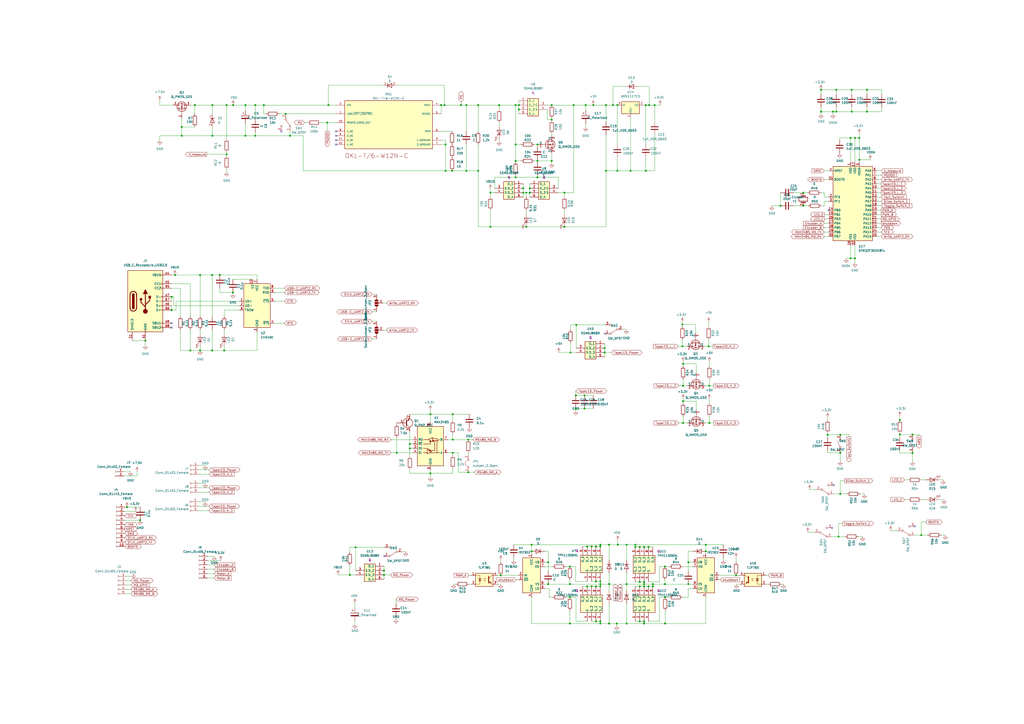
<source format=kicad_sch>
(kicad_sch (version 20211123) (generator eeschema)
  (paper "A2")
  (junction (at 363.474 315.976))
  (junction (at 270.51 99.06))
  (junction (at 395.859 200.914))
  (junction (at 485.14 52.07))
  (junction (at 305.308 131.572))
  (junction (at 249.682 240.284))
  (junction (at 494.03 52.07))
  (junction (at 99.568 179.832))
  (junction (at 487.426 262.636))
  (junction (at 485.14 64.77))
  (junction (at 376.174 340.106))
  (junction (at 396.24 232.664))
  (junction (at 130.048 203.327))
  (junction (at 330.581 338.836))
  (junction (at 345.694 340.106))
  (junction (at 373.634 338.836))
  (junction (at 305.308 111.76))
  (junction (at 303.53 111.76))
  (junction (at 81.28 301.752))
  (junction (at 153.035 60.96))
  (junction (at 348.234 340.106))
  (junction (at 277.368 99.06))
  (junction (at 123.063 159.512))
  (junction (at 483.235 64.77))
  (junction (at 396.24 245.364))
  (junction (at 258.445 99.06))
  (junction (at 237.744 260.096))
  (junction (at 222.758 330.962))
  (junction (at 487.426 252.222))
  (junction (at 495.935 80.01))
  (junction (at 358.394 315.976))
  (junction (at 353.314 361.696))
  (junction (at 409.448 319.786))
  (junction (at 308.356 319.786))
  (junction (at 374.65 99.06))
  (junction (at 411.48 245.364))
  (junction (at 476.25 64.77))
  (junction (at 343.154 340.106))
  (junction (at 258.445 83.82))
  (junction (at 368.554 315.976))
  (junction (at 357.759 361.696))
  (junction (at 148.082 78.74))
  (junction (at 332.74 60.96))
  (junction (at 343.154 316.992))
  (junction (at 378.714 340.106))
  (junction (at 378.714 338.836))
  (junction (at 330.581 346.456))
  (junction (at 373.634 361.696))
  (junction (at 271.653 255.016))
  (junction (at 237.744 257.556))
  (junction (at 330.581 361.696))
  (junction (at 318.008 338.836))
  (junction (at 351.536 60.96))
  (junction (at 257.81 60.96))
  (junction (at 409.448 315.976))
  (junction (at 110.363 203.327))
  (junction (at 320.04 60.96))
  (junction (at 373.634 317.246))
  (junction (at 487.426 286.512))
  (junction (at 113.03 60.96))
  (junction (at 127.508 159.512))
  (junction (at 351.536 99.06))
  (junction (at 168.275 78.74))
  (junction (at 202.946 333.502))
  (junction (at 345.694 360.426))
  (junction (at 339.725 60.96))
  (junction (at 190.5 60.96))
  (junction (at 385.826 361.696))
  (junction (at 249.682 274.574))
  (junction (at 363.474 338.836))
  (junction (at 339.09 236.982))
  (junction (at 284.48 111.76))
  (junction (at 396.24 211.074))
  (junction (at 493.395 149.86))
  (junction (at 493.395 80.01))
  (junction (at 358.14 60.96))
  (junction (at 426.974 333.756))
  (junction (at 105.41 73.66))
  (junction (at 465.963 111.76))
  (junction (at 350.774 201.93))
  (junction (at 189.865 71.12))
  (junction (at 376.555 60.96))
  (junction (at 307.34 111.76))
  (junction (at 84.328 197.612))
  (junction (at 396.24 223.774))
  (junction (at 340.614 340.106))
  (junction (at 142.367 60.96))
  (junction (at 373.634 360.426))
  (junction (at 480.06 252.222))
  (junction (at 373.634 337.566))
  (junction (at 358.14 99.06))
  (junction (at 327.406 111.76))
  (junction (at 330.962 204.47))
  (junction (at 277.368 60.96))
  (junction (at 206.248 317.5))
  (junction (at 303.53 109.22))
  (junction (at 348.234 315.976))
  (junction (at 116.078 159.512))
  (junction (at 498.475 80.01))
  (junction (at 371.094 340.106))
  (junction (at 340.614 316.992))
  (junction (at 371.094 337.566))
  (junction (at 399.288 338.836))
  (junction (at 131.445 89.535))
  (junction (at 142.367 78.74))
  (junction (at 262.636 262.636))
  (junction (at 494.03 64.77))
  (junction (at 334.01 229.362))
  (junction (at 379.73 60.96))
  (junction (at 345.694 337.312))
  (junction (at 290.449 333.756))
  (junction (at 299.085 102.87))
  (junction (at 350.774 204.47))
  (junction (at 521.97 252.095))
  (junction (at 374.65 60.96))
  (junction (at 262.636 240.284))
  (junction (at 353.314 338.836))
  (junction (at 123.063 203.327))
  (junction (at 355.6 60.96))
  (junction (at 101.473 159.512))
  (junction (at 371.094 317.246))
  (junction (at 116.078 203.327))
  (junction (at 307.34 109.22))
  (junction (at 300.99 63.5))
  (junction (at 299.085 60.96))
  (junction (at 385.826 346.456))
  (junction (at 262.636 255.016))
  (junction (at 284.48 131.572))
  (junction (at 353.314 315.976))
  (junction (at 308.356 315.976))
  (junction (at 99.568 172.212))
  (junction (at 529.336 262.763))
  (junction (at 230.124 262.636))
  (junction (at 334.264 188.468))
  (junction (at 411.099 200.914))
  (junction (at 502.92 52.07))
  (junction (at 348.234 337.312))
  (junction (at 376.174 317.246))
  (junction (at 255.905 60.96))
  (junction (at 452.755 119.38))
  (junction (at 395.859 188.214))
  (junction (at 334.01 236.982))
  (junction (at 368.554 317.246))
  (junction (at 365.76 99.06))
  (junction (at 320.04 93.345))
  (junction (at 165.735 66.04))
  (junction (at 299.085 93.345))
  (junction (at 411.48 223.774))
  (junction (at 363.474 361.696))
  (junction (at 300.99 60.96))
  (junction (at 385.699 338.836))
  (junction (at 502.92 64.77))
  (junction (at 123.19 60.96))
  (junction (at 344.17 60.96))
  (junction (at 318.008 326.136))
  (junction (at 534.416 310.388))
  (junction (at 486.41 311.277))
  (junction (at 348.234 360.426))
  (junction (at 348.234 361.696))
  (junction (at 73.66 294.132))
  (junction (at 327.406 131.572))
  (junction (at 330.581 328.676))
  (junction (at 311.785 102.87))
  (junction (at 267.462 60.96))
  (junction (at 320.04 69.342))
  (junction (at 465.963 119.38))
  (junction (at 131.445 60.96))
  (junction (at 262.255 99.06))
  (junction (at 476.25 52.07))
  (junction (at 123.19 78.74))
  (junction (at 299.085 83.82))
  (junction (at 345.694 316.992))
  (junction (at 135.255 60.96))
  (junction (at 105.41 78.74))
  (junction (at 148.082 60.96))
  (junction (at 271.653 273.939))
  (junction (at 521.97 243.713))
  (junction (at 348.234 316.992))
  (junction (at 135.128 169.672))
  (junction (at 348.234 338.836))
  (junction (at 339.09 229.362))
  (junction (at 373.634 340.106))
  (junction (at 371.094 360.426))
  (junction (at 270.51 60.96))
  (junction (at 495.935 149.86))
  (junction (at 222.758 333.502))
  (junction (at 311.785 83.82))
  (junction (at 498.475 92.71))
  (junction (at 311.785 93.345))
  (junction (at 529.336 252.095))
  (junction (at 385.699 328.676))
  (junction (at 399.288 326.136))
  (junction (at 289.56 60.96))
  (no_connect (at 194.945 83.82))
  (no_connect (at 530.606 305.308))
  (no_connect (at 194.945 76.2))
  (no_connect (at 483.616 281.432))
  (no_connect (at 99.568 187.452))
  (no_connect (at 163.195 76.2))
  (no_connect (at 194.945 81.28))
  (no_connect (at 482.6 306.197))
  (no_connect (at 194.945 78.74))
  (no_connect (at 351.028 193.548))
  (no_connect (at 223.012 322.58))
  (no_connect (at 99.568 189.992))
  (no_connect (at 480.695 121.92))
  (wire (pts (xy 355.6 60.96) (xy 358.14 60.96)))
  (wire (pts (xy 373.634 361.696) (xy 385.826 361.696)))
  (wire (pts (xy 308.356 361.696) (xy 330.581 361.696)))
  (wire (pts (xy 330.962 198.882) (xy 330.962 204.47)))
  (wire (pts (xy 508.635 124.46) (xy 511.175 124.46)))
  (wire (pts (xy 330.581 328.676) (xy 333.883 328.676)))
  (wire (pts (xy 287.02 109.22) (xy 287.02 102.87)))
  (wire (pts (xy 299.085 83.82) (xy 299.085 93.345)))
  (wire (pts (xy 396.24 245.364) (xy 398.78 245.364)))
  (wire (pts (xy 485.14 54.61) (xy 485.14 52.07)))
  (wire (pts (xy 249.682 240.284) (xy 249.682 244.856)))
  (wire (pts (xy 508.635 119.38) (xy 511.175 119.38)))
  (wire (pts (xy 123.19 73.66) (xy 123.19 78.74)))
  (wire (pts (xy 345.694 337.312) (xy 348.234 337.312)))
  (wire (pts (xy 403.86 232.664) (xy 396.24 232.664)))
  (wire (pts (xy 259.842 262.636) (xy 262.636 262.636)))
  (wire (pts (xy 311.785 83.82) (xy 312.42 83.82)))
  (wire (pts (xy 299.085 93.345) (xy 299.085 93.98)))
  (wire (pts (xy 300.99 63.5) (xy 300.99 66.04)))
  (wire (pts (xy 161.925 66.04) (xy 165.735 66.04)))
  (wire (pts (xy 396.24 223.774) (xy 398.78 223.774)))
  (wire (pts (xy 480.06 251.206) (xy 480.06 252.222)))
  (wire (pts (xy 148.082 78.74) (xy 168.275 78.74)))
  (wire (pts (xy 130.048 203.327) (xy 149.098 203.327)))
  (wire (pts (xy 222.758 330.962) (xy 222.758 333.502)))
  (wire (pts (xy 116.078 191.262) (xy 116.078 193.167)))
  (wire (pts (xy 154.305 66.04) (xy 153.035 66.04)))
  (wire (pts (xy 411.48 219.964) (xy 411.48 223.774)))
  (wire (pts (xy 270.51 99.06) (xy 277.368 99.06)))
  (wire (pts (xy 508.635 132.08) (xy 511.175 132.08)))
  (wire (pts (xy 493.395 142.24) (xy 493.395 149.86)))
  (wire (pts (xy 340.614 337.312) (xy 333.883 337.312)))
  (wire (pts (xy 320.04 69.342) (xy 320.04 69.85)))
  (wire (pts (xy 493.395 93.98) (xy 493.395 80.01)))
  (wire (pts (xy 495.935 142.24) (xy 495.935 149.86)))
  (wire (pts (xy 175.895 99.06) (xy 258.445 99.06)))
  (wire (pts (xy 502.92 52.07) (xy 502.92 54.61)))
  (wire (pts (xy 480.06 252.222) (xy 487.426 252.222)))
  (wire (pts (xy 371.094 360.426) (xy 373.634 360.426)))
  (wire (pts (xy 403.86 237.744) (xy 403.86 232.664)))
  (wire (pts (xy 490.855 149.86) (xy 493.395 149.86)))
  (wire (pts (xy 311.785 93.345) (xy 311.785 92.71)))
  (wire (pts (xy 123.063 183.642) (xy 123.063 159.512)))
  (wire (pts (xy 101.473 159.512) (xy 116.078 159.512)))
  (wire (pts (xy 487.045 80.01) (xy 487.045 81.28)))
  (wire (pts (xy 288.544 333.756) (xy 290.449 333.756)))
  (wire (pts (xy 116.078 203.327) (xy 123.063 203.327)))
  (wire (pts (xy 476.25 52.07) (xy 485.14 52.07)))
  (wire (pts (xy 495.935 93.98) (xy 495.935 80.01)))
  (wire (pts (xy 521.97 251.333) (xy 521.97 252.095)))
  (wire (pts (xy 483.235 64.77) (xy 485.14 64.77)))
  (wire (pts (xy 113.03 60.96) (xy 123.19 60.96)))
  (wire (pts (xy 104.648 183.642) (xy 104.648 167.132)))
  (wire (pts (xy 363.474 315.976) (xy 368.554 315.976)))
  (wire (pts (xy 104.648 191.262) (xy 104.648 203.327)))
  (wire (pts (xy 289.56 80.645) (xy 289.56 81.915)))
  (wire (pts (xy 330.962 188.468) (xy 334.264 188.468)))
  (wire (pts (xy 508.635 104.14) (xy 511.175 104.14)))
  (wire (pts (xy 123.19 60.96) (xy 123.19 66.04)))
  (wire (pts (xy 498.475 80.01) (xy 498.475 92.71)))
  (wire (pts (xy 529.336 252.095) (xy 521.97 252.095)))
  (wire (pts (xy 529.336 262.763) (xy 529.336 267.589)))
  (wire (pts (xy 358.14 99.06) (xy 351.536 99.06)))
  (wire (pts (xy 483.616 286.512) (xy 487.426 286.512)))
  (wire (pts (xy 249.682 237.871) (xy 249.682 240.284)))
  (wire (pts (xy 131.445 80.645) (xy 131.445 60.96)))
  (wire (pts (xy 318.008 331.216) (xy 318.008 326.136)))
  (wire (pts (xy 480.695 99.06) (xy 478.155 99.06)))
  (wire (pts (xy 206.248 317.5) (xy 223.012 317.5)))
  (wire (pts (xy 353.314 338.836) (xy 357.124 338.836)))
  (wire (pts (xy 485.14 64.77) (xy 494.03 64.77)))
  (wire (pts (xy 385.826 354.076) (xy 385.826 361.696)))
  (wire (pts (xy 411.48 241.554) (xy 411.48 245.364)))
  (wire (pts (xy 388.239 346.456) (xy 385.826 346.456)))
  (wire (pts (xy 72.39 294.132) (xy 73.66 294.132)))
  (wire (pts (xy 205.867 360.172) (xy 205.867 362.077)))
  (wire (pts (xy 339.725 71.755) (xy 339.725 73.66)))
  (wire (pts (xy 334.264 188.468) (xy 351.028 188.468)))
  (wire (pts (xy 92.71 60.96) (xy 100.33 60.96)))
  (wire (pts (xy 353.314 338.836) (xy 353.314 342.646)))
  (wire (pts (xy 370.205 50.165) (xy 376.555 50.165)))
  (wire (pts (xy 544.576 289.814) (xy 547.624 289.814)))
  (wire (pts (xy 529.336 262.255) (xy 529.336 262.763)))
  (wire (pts (xy 365.76 68.58) (xy 365.76 99.06)))
  (wire (pts (xy 229.87 49.53) (xy 257.81 49.53)))
  (wire (pts (xy 476.123 111.76) (xy 478.155 111.76)))
  (wire (pts (xy 368.554 315.976) (xy 409.448 315.976)))
  (wire (pts (xy 262.636 240.284) (xy 262.636 244.094)))
  (wire (pts (xy 355.6 50.165) (xy 355.6 60.96)))
  (wire (pts (xy 487.426 252.222) (xy 492.379 252.222)))
  (wire (pts (xy 548.386 310.388) (xy 545.846 310.388)))
  (wire (pts (xy 334.01 236.982) (xy 339.09 236.982)))
  (wire (pts (xy 196.088 333.502) (xy 202.946 333.502)))
  (wire (pts (xy 363.474 350.266) (xy 363.474 361.696)))
  (wire (pts (xy 120.396 322.58) (xy 124.206 322.58)))
  (wire (pts (xy 350.774 204.47) (xy 354.584 204.47)))
  (wire (pts (xy 343.154 316.992) (xy 345.694 316.992)))
  (wire (pts (xy 267.462 59.055) (xy 267.462 60.96)))
  (wire (pts (xy 318.516 346.456) (xy 320.548 346.456)))
  (wire (pts (xy 262.636 274.574) (xy 249.682 274.574)))
  (wire (pts (xy 135.255 60.96) (xy 142.367 60.96)))
  (wire (pts (xy 344.17 60.96) (xy 351.536 60.96)))
  (wire (pts (xy 396.24 219.964) (xy 396.24 223.774)))
  (wire (pts (xy 110.49 60.96) (xy 113.03 60.96)))
  (wire (pts (xy 426.974 333.756) (xy 417.068 333.756)))
  (wire (pts (xy 130.048 183.642) (xy 130.048 179.832)))
  (wire (pts (xy 315.976 326.136) (xy 318.008 326.136)))
  (wire (pts (xy 92.71 58.42) (xy 92.71 60.96)))
  (wire (pts (xy 521.97 252.095) (xy 521.97 253.873)))
  (wire (pts (xy 376.174 317.246) (xy 378.714 317.246)))
  (wire (pts (xy 324.104 204.47) (xy 330.962 204.47)))
  (wire (pts (xy 159.258 169.672) (xy 164.973 169.672)))
  (wire (pts (xy 330.581 336.296) (xy 330.581 338.836)))
  (wire (pts (xy 328.168 346.456) (xy 330.581 346.456)))
  (wire (pts (xy 309.88 93.345) (xy 311.785 93.345)))
  (wire (pts (xy 374.65 91.44) (xy 374.65 99.06)))
  (wire (pts (xy 305.308 131.572) (xy 327.406 131.572)))
  (wire (pts (xy 300.99 58.42) (xy 300.99 60.96)))
  (wire (pts (xy 277.368 131.572) (xy 284.48 131.572)))
  (wire (pts (xy 249.682 274.574) (xy 249.682 276.606)))
  (wire (pts (xy 270.51 83.82) (xy 270.51 99.06)))
  (wire (pts (xy 92.71 78.74) (xy 92.71 81.28)))
  (wire (pts (xy 373.38 60.96) (xy 374.65 60.96)))
  (wire (pts (xy 358.14 99.06) (xy 365.76 99.06)))
  (wire (pts (xy 409.448 319.786) (xy 409.448 321.056)))
  (wire (pts (xy 226.822 262.636) (xy 230.124 262.636)))
  (wire (pts (xy 348.234 337.312) (xy 348.234 338.836)))
  (wire (pts (xy 411.099 200.914) (xy 413.639 200.914)))
  (wire (pts (xy 271.653 262.636) (xy 271.653 263.779)))
  (wire (pts (xy 116.078 159.512) (xy 116.078 183.642)))
  (wire (pts (xy 130.048 179.832) (xy 138.938 179.832)))
  (wire (pts (xy 330.962 204.47) (xy 334.264 204.47)))
  (wire (pts (xy 327.406 111.76) (xy 332.74 111.76)))
  (wire (pts (xy 334.264 201.93) (xy 334.264 188.468)))
  (wire (pts (xy 224.282 175.768) (xy 222.25 175.768)))
  (wire (pts (xy 318.008 338.836) (xy 330.581 338.836)))
  (wire (pts (xy 403.86 211.074) (xy 396.24 211.074)))
  (wire (pts (xy 368.554 340.106) (xy 371.094 340.106)))
  (wire (pts (xy 508.635 101.6) (xy 511.175 101.6)))
  (wire (pts (xy 373.634 317.246) (xy 376.174 317.246)))
  (wire (pts (xy 395.859 200.914) (xy 398.399 200.914)))
  (wire (pts (xy 411.48 223.774) (xy 414.02 223.774)))
  (wire (pts (xy 323.85 111.76) (xy 327.406 111.76)))
  (wire (pts (xy 348.234 338.836) (xy 353.314 338.836)))
  (wire (pts (xy 396.24 231.394) (xy 396.24 232.664)))
  (wire (pts (xy 259.842 255.016) (xy 262.636 255.016)))
  (wire (pts (xy 465.963 111.76) (xy 468.503 111.76)))
  (wire (pts (xy 73.406 339.344) (xy 75.946 339.344)))
  (wire (pts (xy 148.082 69.215) (xy 148.082 60.96)))
  (wire (pts (xy 222.758 333.502) (xy 226.568 333.502)))
  (wire (pts (xy 487.426 286.512) (xy 487.426 278.892)))
  (wire (pts (xy 237.744 250.444) (xy 237.744 257.556)))
  (wire (pts (xy 176.657 71.12) (xy 178.435 71.12)))
  (wire (pts (xy 476.25 64.77) (xy 476.25 66.04)))
  (wire (pts (xy 229.743 347.599) (xy 229.743 350.139)))
  (wire (pts (xy 75.692 273.558) (xy 71.882 273.558)))
  (wire (pts (xy 311.785 101.6) (xy 311.785 102.87)))
  (wire (pts (xy 327.406 121.92) (xy 327.406 123.952)))
  (wire (pts (xy 148.082 76.835) (xy 148.082 78.74)))
  (wire (pts (xy 350.774 201.93) (xy 350.774 204.47)))
  (wire (pts (xy 127.508 159.512) (xy 149.098 159.512)))
  (wire (pts (xy 348.234 315.976) (xy 353.314 315.976)))
  (wire (pts (xy 376.555 60.96) (xy 379.73 60.96)))
  (wire (pts (xy 159.258 174.752) (xy 164.973 174.752)))
  (wire (pts (xy 142.367 60.96) (xy 142.367 64.135)))
  (wire (pts (xy 486.41 311.277) (xy 490.22 311.277)))
  (wire (pts (xy 480.06 252.222) (xy 480.06 253.746)))
  (wire (pts (xy 368.554 317.246) (xy 371.094 317.246)))
  (wire (pts (xy 123.19 78.74) (xy 142.367 78.74)))
  (wire (pts (xy 521.97 241.427) (xy 521.97 243.713)))
  (wire (pts (xy 123.19 60.96) (xy 131.445 60.96)))
  (wire (pts (xy 102.108 174.752) (xy 138.938 174.752)))
  (wire (pts (xy 393.319 200.914) (xy 395.859 200.914)))
  (wire (pts (xy 334.01 229.362) (xy 339.09 229.362)))
  (wire (pts (xy 376.174 360.426) (xy 382.524 360.426)))
  (wire (pts (xy 299.085 60.96) (xy 300.99 60.96)))
  (wire (pts (xy 511.429 52.07) (xy 511.429 54.737)))
  (wire (pts (xy 73.406 344.424) (xy 75.946 344.424)))
  (wire (pts (xy 373.634 360.426) (xy 373.634 361.696)))
  (wire (pts (xy 298.069 315.976) (xy 308.356 315.976)))
  (wire (pts (xy 379.73 78.105) (xy 379.73 99.06)))
  (wire (pts (xy 148.082 60.96) (xy 153.035 60.96)))
  (wire (pts (xy 159.258 187.452) (xy 164.973 187.452)))
  (wire (pts (xy 115.316 285.496) (xy 121.285 285.496)))
  (wire (pts (xy 478.155 104.14) (xy 480.695 104.14)))
  (wire (pts (xy 123.063 159.512) (xy 127.508 159.512)))
  (wire (pts (xy 149.098 192.532) (xy 149.098 203.327)))
  (wire (pts (xy 447.675 119.38) (xy 452.755 119.38)))
  (wire (pts (xy 374.65 60.96) (xy 374.65 83.82)))
  (wire (pts (xy 396.24 241.554) (xy 396.24 245.364)))
  (wire (pts (xy 353.314 315.976) (xy 353.314 324.866)))
  (wire (pts (xy 508.635 129.54) (xy 511.175 129.54)))
  (wire (pts (xy 131.445 98.171) (xy 131.445 99.695)))
  (wire (pts (xy 334.01 226.822) (xy 334.01 229.362)))
  (wire (pts (xy 492.379 253.365) (xy 492.379 252.222)))
  (wire (pts (xy 186.055 71.12) (xy 189.865 71.12)))
  (wire (pts (xy 142.367 71.755) (xy 142.367 78.74)))
  (wire (pts (xy 363.474 315.976) (xy 363.474 324.866)))
  (wire (pts (xy 419.608 323.596) (xy 419.608 324.866)))
  (wire (pts (xy 483.235 64.77) (xy 483.235 66.04)))
  (wire (pts (xy 299.466 336.296) (xy 300.736 336.296)))
  (wire (pts (xy 478.155 134.62) (xy 480.695 134.62)))
  (wire (pts (xy 327.406 131.572) (xy 351.536 131.572)))
  (wire (pts (xy 255.905 83.82) (xy 258.445 83.82)))
  (wire (pts (xy 257.81 60.96) (xy 267.462 60.96)))
  (wire (pts (xy 290.449 324.866) (xy 290.449 326.136)))
  (wire (pts (xy 284.48 109.728) (xy 284.48 111.76)))
  (wire (pts (xy 270.51 60.96) (xy 277.368 60.96)))
  (wire (pts (xy 487.426 286.512) (xy 491.236 286.512)))
  (wire (pts (xy 116.078 200.787) (xy 116.078 203.327)))
  (wire (pts (xy 401.828 341.376) (xy 399.288 341.376)))
  (wire (pts (xy 230.124 245.364) (xy 230.124 246.126)))
  (wire (pts (xy 411.48 245.364) (xy 414.02 245.364)))
  (wire (pts (xy 288.544 338.836) (xy 290.449 338.836)))
  (wire (pts (xy 487.426 262.636) (xy 487.426 267.462)))
  (wire (pts (xy 284.48 121.92) (xy 284.48 131.572)))
  (wire (pts (xy 334.137 360.426) (xy 340.614 360.426)))
  (wire (pts (xy 382.524 328.676) (xy 385.699 328.676)))
  (wire (pts (xy 299.085 60.96) (xy 299.085 83.82)))
  (wire (pts (xy 343.154 337.312) (xy 345.694 337.312)))
  (wire (pts (xy 348.234 316.992) (xy 348.234 315.976)))
  (wire (pts (xy 100.838 172.212) (xy 100.838 177.292)))
  (wire (pts (xy 84.328 197.612) (xy 84.328 200.152)))
  (wire (pts (xy 130.048 191.262) (xy 130.048 193.167)))
  (wire (pts (xy 205.867 350.012) (xy 205.867 352.552)))
  (wire (pts (xy 130.048 200.787) (xy 130.048 203.327)))
  (wire (pts (xy 105.41 78.74) (xy 123.19 78.74)))
  (wire (pts (xy 478.155 124.46) (xy 480.695 124.46)))
  (wire (pts (xy 175.895 78.74) (xy 175.895 99.06)))
  (wire (pts (xy 289.56 60.96) (xy 299.085 60.96)))
  (wire (pts (xy 343.154 340.106) (xy 345.694 340.106)))
  (wire (pts (xy 168.275 78.74) (xy 175.895 78.74)))
  (wire (pts (xy 368.554 337.566) (xy 371.094 337.566)))
  (wire (pts (xy 482.6 311.277) (xy 486.41 311.277)))
  (wire (pts (xy 508.635 114.3) (xy 511.175 114.3)))
  (wire (pts (xy 357.759 361.696) (xy 357.759 362.966)))
  (wire (pts (xy 508.635 127) (xy 511.175 127)))
  (wire (pts (xy 498.475 80.01) (xy 498.475 77.47)))
  (wire (pts (xy 508.635 121.92) (xy 511.175 121.92)))
  (wire (pts (xy 480.06 261.366) (xy 480.06 262.636)))
  (wire (pts (xy 99.568 179.832) (xy 102.108 179.832)))
  (wire (pts (xy 351.536 99.06) (xy 351.536 131.572)))
  (wire (pts (xy 323.85 109.22) (xy 323.85 102.87)))
  (wire (pts (xy 104.648 167.132) (xy 99.568 167.132)))
  (wire (pts (xy 73.406 341.884) (xy 75.946 341.884)))
  (wire (pts (xy 153.035 60.96) (xy 190.5 60.96)))
  (wire (pts (xy 189.865 71.12) (xy 194.945 71.12)))
  (wire (pts (xy 521.97 243.713) (xy 521.97 243.967)))
  (wire (pts (xy 237.744 257.556) (xy 237.744 260.096)))
  (wire (pts (xy 399.288 319.786) (xy 399.288 326.136)))
  (wire (pts (xy 308.356 346.456) (xy 308.356 361.696)))
  (wire (pts (xy 480.06 262.636) (xy 487.426 262.636)))
  (wire (pts (xy 339.09 236.982) (xy 344.17 236.982)))
  (wire (pts (xy 149.098 162.052) (xy 149.098 159.512)))
  (wire (pts (xy 343.154 360.426) (xy 345.694 360.426)))
  (wire (pts (xy 318.516 341.376) (xy 318.516 346.456)))
  (wire (pts (xy 444.373 333.756) (xy 445.643 333.756)))
  (wire (pts (xy 374.65 99.06) (xy 379.73 99.06)))
  (wire (pts (xy 409.448 315.976) (xy 409.448 319.786)))
  (wire (pts (xy 218.44 170.688) (xy 215.9 170.688)))
  (wire (pts (xy 362.585 50.165) (xy 355.6 50.165)))
  (wire (pts (xy 401.828 328.676) (xy 395.859 328.676)))
  (wire (pts (xy 495.935 80.01) (xy 498.475 80.01)))
  (wire (pts (xy 233.172 320.04) (xy 235.331 320.04)))
  (wire (pts (xy 73.406 334.264) (xy 75.946 334.264)))
  (wire (pts (xy 411.099 186.944) (xy 411.099 189.484)))
  (wire (pts (xy 229.743 357.759) (xy 229.743 359.029)))
  (wire (pts (xy 237.744 274.574) (xy 249.682 274.574)))
  (wire (pts (xy 351.536 60.96) (xy 351.536 70.612)))
  (wire (pts (xy 315.976 338.836) (xy 318.008 338.836)))
  (wire (pts (xy 508.635 99.06) (xy 511.175 99.06)))
  (wire (pts (xy 305.308 121.92) (xy 305.308 123.952)))
  (wire (pts (xy 189.865 71.12) (xy 189.865 76.2)))
  (wire (pts (xy 489.966 278.892) (xy 487.426 278.892)))
  (wire (pts (xy 476.25 52.07) (xy 476.25 54.61)))
  (wire (pts (xy 110.363 164.592) (xy 110.363 183.642)))
  (wire (pts (xy 417.068 336.296) (xy 417.83 336.296)))
  (wire (pts (xy 131.445 60.96) (xy 135.255 60.96)))
  (wire (pts (xy 393.7 223.774) (xy 396.24 223.774)))
  (wire (pts (xy 478.155 129.54) (xy 480.695 129.54)))
  (wire (pts (xy 73.406 336.804) (xy 75.946 336.804)))
  (wire (pts (xy 271.653 255.016) (xy 274.193 255.016)))
  (wire (pts (xy 401.828 319.786) (xy 399.288 319.786)))
  (wire (pts (xy 226.822 255.016) (xy 239.522 255.016)))
  (wire (pts (xy 452.755 111.76) (xy 452.755 119.38)))
  (wire (pts (xy 142.367 60.96) (xy 148.082 60.96)))
  (wire (pts (xy 190.5 49.53) (xy 190.5 60.96)))
  (wire (pts (xy 393.7 245.364) (xy 396.24 245.364)))
  (wire (pts (xy 257.81 49.53) (xy 257.81 60.96)))
  (wire (pts (xy 376.555 50.165) (xy 376.555 60.96)))
  (wire (pts (xy 520.446 307.848) (xy 516.636 307.848)))
  (wire (pts (xy 308.356 319.786) (xy 308.356 321.056)))
  (wire (pts (xy 385.826 361.696) (xy 409.448 361.696)))
  (wire (pts (xy 330.581 361.696) (xy 348.234 361.696)))
  (wire (pts (xy 115.189 296.164) (xy 121.158 296.164)))
  (wire (pts (xy 508.635 111.76) (xy 511.175 111.76)))
  (wire (pts (xy 218.44 180.848) (xy 215.9 180.848)))
  (wire (pts (xy 396.24 209.804) (xy 396.24 211.074)))
  (wire (pts (xy 373.634 338.836) (xy 378.714 338.836)))
  (wire (pts (xy 473.456 283.972) (xy 469.646 283.972)))
  (wire (pts (xy 480.06 243.586) (xy 480.06 242.316)))
  (wire (pts (xy 376.174 340.106) (xy 378.714 340.106)))
  (wire (pts (xy 255.905 60.96) (xy 255.905 66.04)))
  (wire (pts (xy 299.085 102.87) (xy 311.785 102.87)))
  (wire (pts (xy 104.648 203.327) (xy 110.363 203.327)))
  (wire (pts (xy 371.094 337.566) (xy 373.634 337.566)))
  (wire (pts (xy 363.474 361.696) (xy 373.634 361.696)))
  (wire (pts (xy 487.426 262.382) (xy 487.426 262.636)))
  (wire (pts (xy 73.66 294.132) (xy 81.28 294.132)))
  (wire (pts (xy 508.635 137.16) (xy 511.175 137.16)))
  (wire (pts (xy 315.976 341.376) (xy 318.516 341.376)))
  (wire (pts (xy 222.758 333.502) (xy 222.758 336.042)))
  (wire (pts (xy 277.368 99.06) (xy 277.368 131.572)))
  (wire (pts (xy 262.636 262.636) (xy 262.636 264.16)))
  (wire (pts (xy 222.25 49.53) (xy 190.5 49.53)))
  (wire (pts (xy 135.128 169.672) (xy 135.128 170.307)))
  (wire (pts (xy 115.189 291.084) (xy 118.999 291.084)))
  (wire (pts (xy 100.838 177.292) (xy 138.938 177.292)))
  (wire (pts (xy 345.694 340.106) (xy 348.234 340.106)))
  (wire (pts (xy 311.785 102.87) (xy 323.85 102.87)))
  (wire (pts (xy 79.502 276.098) (xy 71.882 276.098)))
  (wire (pts (xy 534.416 310.388) (xy 538.226 310.388)))
  (wire (pts (xy 105.41 73.66) (xy 105.41 78.74)))
  (wire (pts (xy 92.71 78.74) (xy 105.41 78.74)))
  (wire (pts (xy 478.155 132.08) (xy 480.695 132.08)))
  (wire (pts (xy 255.905 76.2) (xy 262.255 76.2)))
  (wire (pts (xy 258.445 83.82) (xy 258.445 99.06)))
  (wire (pts (xy 521.97 261.493) (xy 521.97 262.763)))
  (wire (pts (xy 127.508 169.672) (xy 135.128 169.672)))
  (wire (pts (xy 249.682 272.796) (xy 249.682 274.574)))
  (wire (pts (xy 130.048 203.327) (xy 123.063 203.327)))
  (wire (pts (xy 524.764 278.384) (xy 526.796 278.384)))
  (wire (pts (xy 299.085 93.345) (xy 302.26 93.345)))
  (wire (pts (xy 271.653 273.939) (xy 275.209 273.939)))
  (wire (pts (xy 379.73 60.96) (xy 382.905 60.96)))
  (wire (pts (xy 120.396 325.12) (xy 128.016 325.12)))
  (wire (pts (xy 237.744 272.288) (xy 237.744 274.574)))
  (wire (pts (xy 315.976 328.676) (xy 320.548 328.676)))
  (wire (pts (xy 262.636 240.284) (xy 272.288 240.284)))
  (wire (pts (xy 529.336 252.095) (xy 533.146 252.095)))
  (wire (pts (xy 395.859 186.944) (xy 395.859 188.214)))
  (wire (pts (xy 311.785 93.345) (xy 311.785 93.98)))
  (wire (pts (xy 385.699 338.836) (xy 399.288 338.836)))
  (wire (pts (xy 353.314 315.976) (xy 358.394 315.976)))
  (wire (pts (xy 120.396 332.74) (xy 124.206 332.74)))
  (wire (pts (xy 500.38 311.277) (xy 497.84 311.277)))
  (wire (pts (xy 159.258 167.132) (xy 164.973 167.132)))
  (wire (pts (xy 338.074 340.106) (xy 340.614 340.106)))
  (wire (pts (xy 426.974 333.756) (xy 429.133 333.756)))
  (wire (pts (xy 320.04 68.58) (xy 320.04 69.342)))
  (wire (pts (xy 110.363 191.262) (xy 110.363 203.327)))
  (wire (pts (xy 115.316 282.956) (xy 121.285 282.956)))
  (wire (pts (xy 501.396 286.512) (xy 498.856 286.512)))
  (wire (pts (xy 493.395 80.01) (xy 495.935 80.01)))
  (wire (pts (xy 502.92 64.77) (xy 502.92 62.23)))
  (wire (pts (xy 99.568 177.292) (xy 99.568 179.832)))
  (wire (pts (xy 330.962 188.468) (xy 330.962 191.262)))
  (wire (pts (xy 131.445 89.535) (xy 131.445 90.551)))
  (wire (pts (xy 403.86 216.154) (xy 403.86 211.074)))
  (wire (pts (xy 478.155 137.16) (xy 480.695 137.16)))
  (wire (pts (xy 508.635 116.84) (xy 511.175 116.84)))
  (wire (pts (xy 308.356 315.976) (xy 348.234 315.976)))
  (wire (pts (xy 230.124 262.636) (xy 239.522 262.636)))
  (wire (pts (xy 332.74 60.96) (xy 339.725 60.96)))
  (wire (pts (xy 202.946 327.914) (xy 202.946 333.502)))
  (wire (pts (xy 472.44 308.737) (xy 468.63 308.737)))
  (wire (pts (xy 399.288 346.456) (xy 395.859 346.456)))
  (wire (pts (xy 385.699 328.676) (xy 388.239 328.676)))
  (wire (pts (xy 303.53 109.22) (xy 303.53 111.76)))
  (wire (pts (xy 99.568 159.512) (xy 101.473 159.512)))
  (wire (pts (xy 429.133 338.836) (xy 427.228 338.836)))
  (wire (pts (xy 262.636 251.714) (xy 262.636 255.016)))
  (wire (pts (xy 305.308 111.76) (xy 305.308 114.3)))
  (wire (pts (xy 339.725 60.96) (xy 339.725 64.135)))
  (wire (pts (xy 363.474 332.486) (xy 363.474 338.836)))
  (wire (pts (xy 396.24 232.664) (xy 396.24 233.934)))
  (wire (pts (xy 290.449 333.756) (xy 300.736 333.756)))
  (wire (pts (xy 307.34 106.68) (xy 307.34 109.22)))
  (wire (pts (xy 330.581 346.456) (xy 334.137 346.456)))
  (wire (pts (xy 395.859 188.214) (xy 395.859 189.484)))
  (wire (pts (xy 311.785 93.345) (xy 320.04 93.345)))
  (wire (pts (xy 485.14 62.23) (xy 485.14 64.77)))
  (wire (pts (xy 363.474 338.836) (xy 373.634 338.836)))
  (wire (pts (xy 115.189 293.624) (xy 121.158 293.624)))
  (wire (pts (xy 120.396 335.28) (xy 124.206 335.28)))
  (wire (pts (xy 272.034 338.836) (xy 273.304 338.836)))
  (wire (pts (xy 79.502 273.558) (xy 79.502 276.098)))
  (wire (pts (xy 284.48 111.76) (xy 284.48 114.3)))
  (wire (pts (xy 320.04 60.96) (xy 332.74 60.96)))
  (wire (pts (xy 494.03 52.07) (xy 502.92 52.07)))
  (wire (pts (xy 345.694 316.992) (xy 348.234 316.992)))
  (wire (pts (xy 102.108 179.832) (xy 102.108 174.752)))
  (wire (pts (xy 478.155 114.3) (xy 480.695 114.3)))
  (wire (pts (xy 508.635 106.68) (xy 511.175 106.68)))
  (wire (pts (xy 445.643 338.836) (xy 444.373 338.836)))
  (wire (pts (xy 351.536 60.96) (xy 355.6 60.96)))
  (wire (pts (xy 534.416 310.388) (xy 534.416 302.768)))
  (wire (pts (xy 76.708 197.612) (xy 84.328 197.612)))
  (wire (pts (xy 320.04 93.345) (xy 320.04 94.615)))
  (wire (pts (xy 218.44 196.596) (xy 215.9 196.596)))
  (wire (pts (xy 476.25 62.23) (xy 476.25 64.77)))
  (wire (pts (xy 113.03 60.96) (xy 113.03 66.04)))
  (wire (pts (xy 524.764 289.814) (xy 526.796 289.814)))
  (wire (pts (xy 318.008 326.136) (xy 318.008 319.786)))
  (wire (pts (xy 378.714 338.836) (xy 385.699 338.836)))
  (wire (pts (xy 239.522 257.556) (xy 237.744 257.556)))
  (wire (pts (xy 357.759 361.696) (xy 363.474 361.696)))
  (wire (pts (xy 399.288 338.836) (xy 401.828 338.836)))
  (wire (pts (xy 399.288 326.136) (xy 399.288 331.216)))
  (wire (pts (xy 115.316 275.082) (xy 121.285 275.082)))
  (wire (pts (xy 465.963 119.38) (xy 468.757 119.38)))
  (wire (pts (xy 303.53 111.76) (xy 303.53 114.3)))
  (wire (pts (xy 353.314 332.486) (xy 353.314 338.836)))
  (wire (pts (xy 511.429 62.357) (xy 511.429 64.77)))
  (wire (pts (xy 135.128 162.052) (xy 146.558 162.052)))
  (wire (pts (xy 353.314 361.696) (xy 357.759 361.696)))
  (wire (pts (xy 348.234 360.426) (xy 348.234 361.696)))
  (wire (pts (xy 311.785 83.82) (xy 311.785 85.09)))
  (wire (pts (xy 202.946 317.5) (xy 202.946 320.294)))
  (wire (pts (xy 411.48 231.394) (xy 411.48 233.934)))
  (wire (pts (xy 373.634 340.106) (xy 376.174 340.106)))
  (wire (pts (xy 72.39 296.672) (xy 78.74 296.672)))
  (wire (pts (xy 371.094 317.246) (xy 373.634 317.246)))
  (wire (pts (xy 371.094 340.106) (xy 373.634 340.106)))
  (wire (pts (xy 237.744 260.096) (xy 237.744 264.668)))
  (wire (pts (xy 230.124 253.746) (xy 230.124 262.636)))
  (wire (pts (xy 379.73 60.96) (xy 379.73 70.485)))
  (wire (pts (xy 153.035 66.04) (xy 153.035 60.96)))
  (wire (pts (xy 263.144 338.836) (xy 264.414 338.836)))
  (wire (pts (xy 120.396 327.66) (xy 124.206 327.66)))
  (wire (pts (xy 255.905 60.96) (xy 257.81 60.96)))
  (wire (pts (xy 411.48 209.804) (xy 411.48 212.344)))
  (wire (pts (xy 358.394 313.436) (xy 358.394 315.976)))
  (wire (pts (xy 508.635 109.22) (xy 511.175 109.22)))
  (wire (pts (xy 460.375 119.38) (xy 465.963 119.38)))
  (wire (pts (xy 399.288 326.136) (xy 401.828 326.136)))
  (wire (pts (xy 305.308 111.76) (xy 307.34 111.76)))
  (wire (pts (xy 498.475 92.71) (xy 498.475 93.98)))
  (wire (pts (xy 289.56 60.96) (xy 289.56 63.5)))
  (wire (pts (xy 120.396 330.2) (xy 124.206 330.2)))
  (wire (pts (xy 502.92 64.77) (xy 511.429 64.77)))
  (wire (pts (xy 478.155 116.84) (xy 478.155 119.38)))
  (wire (pts (xy 348.234 361.696) (xy 353.314 361.696)))
  (wire (pts (xy 494.03 64.77) (xy 502.92 64.77)))
  (wire (pts (xy 478.155 116.84) (xy 480.695 116.84)))
  (wire (pts (xy 374.65 60.96) (xy 376.555 60.96)))
  (wire (pts (xy 495.935 149.86) (xy 493.395 149.86)))
  (wire (pts (xy 277.368 60.96) (xy 289.56 60.96)))
  (wire (pts (xy 373.634 337.566) (xy 373.634 338.836)))
  (wire (pts (xy 105.41 68.58) (xy 105.41 73.66)))
  (wire (pts (xy 116.078 159.512) (xy 123.063 159.512)))
  (wire (pts (xy 120.015 89.535) (xy 131.445 89.535)))
  (wire (pts (xy 115.316 272.542) (xy 121.285 272.542)))
  (wire (pts (xy 382.524 346.456) (xy 385.826 346.456)))
  (wire (pts (xy 368.554 317.246) (xy 368.554 315.976)))
  (wire (pts (xy 255.905 81.28) (xy 258.445 81.28)))
  (wire (pts (xy 411.099 197.104) (xy 411.099 200.914)))
  (wire (pts (xy 502.92 52.07) (xy 511.429 52.07)))
  (wire (pts (xy 494.03 62.23) (xy 494.03 64.77)))
  (wire (pts (xy 385.699 336.296) (xy 385.699 338.836)))
  (wire (pts (xy 476.25 64.77) (xy 483.235 64.77)))
  (wire (pts (xy 534.416 278.384) (xy 536.956 278.384)))
  (wire (pts (xy 350.774 199.39) (xy 350.774 201.93)))
  (wire (pts (xy 318.008 319.786) (xy 315.976 319.786)))
  (wire (pts (xy 339.725 60.96) (xy 344.17 60.96)))
  (wire (pts (xy 533.146 252.857) (xy 533.146 252.095)))
  (wire (pts (xy 478.155 127) (xy 480.695 127)))
  (wire (pts (xy 495.935 152.4) (xy 495.935 149.86)))
  (wire (pts (xy 287.02 102.87) (xy 299.085 102.87)))
  (wire (pts (xy 486.41 311.277) (xy 486.41 303.657)))
  (wire (pts (xy 530.606 310.388) (xy 534.416 310.388)))
  (wire (pts (xy 277.368 76.2) (xy 277.368 60.96)))
  (wire (pts (xy 99.568 172.212) (xy 99.568 174.752)))
  (wire (pts (xy 488.95 303.657) (xy 486.41 303.657)))
  (wire (pts (xy 460.375 111.76) (xy 465.963 111.76)))
  (wire (pts (xy 239.522 260.096) (xy 237.744 260.096)))
  (wire (pts (xy 284.48 111.76) (xy 287.02 111.76)))
  (wire (pts (xy 262.255 99.06) (xy 270.51 99.06)))
  (wire (pts (xy 262.636 271.78) (xy 262.636 274.574)))
  (wire (pts (xy 365.76 99.06) (xy 374.65 99.06)))
  (wire (pts (xy 284.48 131.572) (xy 305.308 131.572)))
  (wire (pts (xy 72.39 301.752) (xy 81.28 301.752)))
  (wire (pts (xy 485.14 52.07) (xy 494.03 52.07)))
  (wire (pts (xy 409.448 315.976) (xy 419.608 315.976)))
  (wire (pts (xy 478.155 119.38) (xy 476.377 119.38)))
  (wire (pts (xy 494.03 54.61) (xy 494.03 52.07)))
  (wire (pts (xy 165.735 66.04) (xy 194.945 66.04)))
  (wire (pts (xy 340.614 316.992) (xy 343.154 316.992)))
  (wire (pts (xy 361.188 191.008) (xy 363.347 191.008)))
  (wire (pts (xy 299.085 101.6) (xy 299.085 102.87)))
  (wire (pts (xy 115.316 270.002) (xy 119.126 270.002)))
  (wire (pts (xy 303.53 106.68) (xy 303.53 109.22)))
  (wire (pts (xy 403.479 193.294) (xy 403.479 188.214)))
  (wire (pts (xy 508.635 134.62) (xy 511.175 134.62)))
  (wire (pts (xy 113.03 73.66) (xy 105.41 73.66)))
  (wire (pts (xy 395.859 197.104) (xy 395.859 200.914)))
  (wire (pts (xy 123.063 203.327) (xy 123.063 191.262)))
  (wire (pts (xy 382.524 337.566) (xy 382.524 328.676)))
  (wire (pts (xy 504.825 92.71) (xy 498.475 92.71)))
  (wire (pts (xy 454.533 338.836) (xy 453.263 338.836)))
  (wire (pts (xy 190.5 60.96) (xy 194.945 60.96)))
  (wire (pts (xy 327.406 111.76) (xy 327.406 114.3)))
  (wire (pts (xy 382.524 360.426) (xy 382.524 346.456)))
  (wire (pts (xy 270.51 60.96) (xy 270.51 76.2)))
  (wire (pts (xy 408.559 200.914) (xy 411.099 200.914)))
  (wire (pts (xy 330.581 338.836) (xy 348.234 338.836)))
  (wire (pts (xy 358.394 315.976) (xy 363.474 315.976)))
  (wire (pts (xy 258.445 99.06) (xy 262.255 99.06)))
  (wire (pts (xy 333.883 337.312) (xy 333.883 328.676)))
  (wire (pts (xy 317.5 69.342) (xy 320.04 69.342)))
  (wire (pts (xy 408.94 223.774) (xy 411.48 223.774)))
  (wire (pts (xy 408.94 245.364) (xy 411.48 245.364)))
  (wire (pts (xy 168.275 76.2) (xy 168.275 78.74)))
  (wire (pts (xy 358.14 91.44) (xy 358.14 99.06)))
  (wire (pts (xy 222.758 328.422) (xy 222.758 330.962)))
  (wire (pts (xy 348.234 340.106) (xy 348.234 338.836)))
  (wire (pts (xy 334.137 346.456) (xy 334.137 360.426)))
  (wire (pts (xy 351.536 78.232) (xy 351.536 99.06)))
  (wire (pts (xy 202.946 333.502) (xy 206.248 333.502)))
  (wire (pts (xy 237.744 240.284) (xy 249.682 240.284)))
  (wire (pts (xy 376.174 337.566) (xy 382.524 337.566)))
  (wire (pts (xy 289.56 71.12) (xy 289.56 73.025)))
  (wire (pts (xy 307.34 111.76) (xy 307.34 114.3)))
  (wire (pts (xy 378.714 340.106) (xy 378.714 338.836)))
  (wire (pts (xy 299.085 83.82) (xy 302.26 83.82)))
  (wire (pts (xy 115.316 280.416) (xy 119.126 280.416)))
  (wire (pts (xy 303.53 111.76) (xy 305.308 111.76)))
  (wire (pts (xy 368.554 360.426) (xy 371.094 360.426)))
  (wire (pts (xy 359.664 338.836) (xy 363.474 338.836)))
  (wire (pts (xy 317.5 63.5) (xy 317.5 69.342)))
  (wire (pts (xy 396.24 211.074) (xy 396.24 212.344)))
  (wire (pts (xy 409.448 346.456) (xy 409.448 361.696)))
  (wire (pts (xy 334.01 236.982) (xy 334.01 238.252)))
  (wire (pts (xy 399.288 341.376) (xy 399.288 346.456)))
  (wire (pts (xy 202.946 317.5) (xy 206.248 317.5)))
  (wire (pts (xy 272.034 333.756) (xy 273.304 333.756)))
  (wire (pts (xy 363.474 338.836) (xy 363.474 342.646)))
  (wire (pts (xy 298.069 323.596) (xy 298.069 324.866)))
  (wire (pts (xy 110.363 203.327) (xy 116.078 203.327)))
  (wire (pts (xy 534.416 289.814) (xy 536.956 289.814)))
  (wire (pts (xy 277.368 83.82) (xy 277.368 99.06)))
  (wire (pts (xy 350.774 204.47) (xy 350.774 207.01)))
  (wire (pts (xy 340.614 340.106) (xy 343.154 340.106)))
  (wire (pts (xy 309.88 83.82) (xy 311.785 83.82)))
  (wire (pts (xy 127.508 167.132) (xy 127.508 169.672)))
  (wire (pts (xy 544.576 278.384) (xy 547.116 278.384)))
  (wire (pts (xy 345.694 360.426) (xy 348.234 360.426)))
  (wire (pts (xy 249.682 240.284) (xy 262.636 240.284)))
  (wire (pts (xy 478.155 111.76) (xy 478.155 114.3)))
  (wire (pts (xy 258.445 81.28) (xy 258.445 83.82)))
  (wire (pts (xy 358.14 83.82) (xy 358.14 60.96)))
  (wire (pts (xy 100.838 172.212) (xy 99.568 172.212)))
  (wire (pts (xy 131.445 88.265) (xy 131.445 89.535)))
  (wire (pts (xy 403.479 188.214) (xy 395.859 188.214)))
  (wire (pts (xy 320.04 77.47) (xy 320.04 78.74)))
  (wire (pts (xy 218.44 186.436) (xy 215.9 186.436)))
  (wire (pts (xy 262.636 262.636) (xy 265.811 262.636)))
  (wire (pts (xy 300.99 60.96) (xy 300.99 63.5)))
  (wire (pts (xy 265.811 262.636) (xy 265.811 273.939)))
  (wire (pts (xy 142.367 78.74) (xy 148.082 78.74)))
  (wire (pts (xy 339.09 229.362) (xy 344.17 229.362)))
  (wire (pts (xy 487.045 80.01) (xy 493.395 80.01)))
  (wire (pts (xy 328.168 328.676) (xy 330.581 328.676)))
  (wire (pts (xy 308.356 315.976) (xy 308.356 319.786)))
  (wire (pts (xy 320.04 88.9) (xy 320.04 93.345)))
  (wire (pts (xy 99.568 164.592) (xy 110.363 164.592)))
  (wire (pts (xy 426.974 323.596) (xy 426.974 326.136)))
  (wire (pts (xy 330.581 354.076) (xy 330.581 361.696)))
  (wire (pts (xy 521.97 262.763) (xy 529.336 262.763)))
  (wire (pts (xy 536.956 302.768) (xy 534.416 302.768)))
  (wire (pts (xy 353.314 350.266) (xy 353.314 361.696)))
  (wire (pts (xy 224.155 191.516) (xy 222.25 191.516)))
  (wire (pts (xy 265.811 273.939) (xy 271.653 273.939)))
  (wire (pts (xy 317.5 60.96) (xy 320.04 60.96)))
  (wire (pts (xy 307.34 109.22) (xy 307.34 111.76)))
  (wire (pts (xy 332.74 111.76) (xy 332.74 60.96)))
  (wire (pts (xy 262.636 255.016) (xy 271.653 255.016)))
  (wire (pts (xy 206.248 330.962) (xy 206.248 317.5)))
  (wire (pts (xy 338.074 316.992) (xy 340.614 316.992)))
  (wire (pts (xy 267.462 60.96) (xy 270.51 60.96)))
  (global_label "TMS" (shape bidirectional) (at 511.175 132.08 0) (property "Intersheet References" "${INTERSHEET_REFS}" (effects hide)))
  (global_label "USB-C_UART2_TX" (shape bidirectional) (at 215.9 196.596 180) (property "Intersheet References" "${INTERSHEET_REFS}" (effects hide)))
  (global_label "LED_2" (shape input) (at 524.764 289.814 180) (property "Intersheet References" "${INTERSHEET_REFS}" (effects hide)))
  (global_label "TapeLED_L_2" (shape input) (at 393.7 223.774 180) (property "Intersheet References" "${INTERSHEET_REFS}" (effects hide)))
  (global_label "PWM_B" (shape output) (at 511.175 124.46 0) (property "Intersheet References" "${INTERSHEET_REFS}" (effects hide)))
  (global_label "PGOOD" (shape output) (at 189.865 76.2 270) (property "Intersheet References" "${INTERSHEET_REFS}" (effects hide)))
  (global_label "TapeLED_L_3" (shape output) (at 511.175 111.76 0) (property "Intersheet References" "${INTERSHEET_REFS}" (effects hide)))
  (global_label "TapeLED_Power" (shape bidirectional) (at 121.158 293.624 0) (property "Intersheet References" "${INTERSHEET_REFS}" (effects hide)))
  (global_label "STLK_UART2_TX" (shape bidirectional) (at 215.9 186.436 180) (property "Intersheet References" "${INTERSHEET_REFS}" (effects hide)))
  (global_label "USB-C_UART2_RX" (shape bidirectional) (at 164.973 167.132 0) (property "Intersheet References" "${INTERSHEET_REFS}" (effects hide)))
  (global_label "TCK" (shape bidirectional) (at 72.39 299.212 0) (property "Intersheet References" "${INTERSHEET_REFS}" (effects hide)))
  (global_label "LED_2" (shape output) (at 478.155 124.46 180) (property "Intersheet References" "${INTERSHEET_REFS}" (effects hide)))
  (global_label "Motor_A" (shape input) (at 357.124 338.836 270) (property "Intersheet References" "${INTERSHEET_REFS}" (effects hide)))
  (global_label "Encoder_A" (shape input) (at 124.206 327.66 0) (property "Intersheet References" "${INTERSHEET_REFS}" (effects hide)))
  (global_label "Tact_Switch1" (shape output) (at 492.379 253.365 270) (property "Intersheet References" "${INTERSHEET_REFS}" (effects hide)))
  (global_label "MAX3485_MD_RX" (shape bidirectional) (at 226.822 255.016 180) (property "Intersheet References" "${INTERSHEET_REFS}" (effects hide)))
  (global_label "Toggle_Switch_1" (shape input) (at 511.175 119.38 0) (property "Intersheet References" "${INTERSHEET_REFS}" (effects hide)))
  (global_label "Slide_Switch_1" (shape output) (at 489.966 278.892 0) (property "Intersheet References" "${INTERSHEET_REFS}" (effects hide)))
  (global_label "LED_1" (shape output) (at 478.155 127 180) (property "Intersheet References" "${INTERSHEET_REFS}" (effects hide)))
  (global_label "CTS" (shape bidirectional) (at 164.973 174.752 0) (property "Intersheet References" "${INTERSHEET_REFS}" (effects hide)))
  (global_label "PWM_B" (shape input) (at 445.643 333.756 0) (property "Intersheet References" "${INTERSHEET_REFS}" (effects hide)))
  (global_label "TapeLED_L_1" (shape output) (at 511.175 106.68 0) (property "Intersheet References" "${INTERSHEET_REFS}" (effects hide)))
  (global_label "TMS" (shape bidirectional) (at 72.39 304.292 0) (property "Intersheet References" "${INTERSHEET_REFS}" (effects hide)))
  (global_label "shutdown" (shape input) (at 417.83 336.296 0) (property "Intersheet References" "${INTERSHEET_REFS}" (effects hide)))
  (global_label "TapeLED_Power" (shape bidirectional) (at 121.285 282.956 0) (property "Intersheet References" "${INTERSHEET_REFS}" (effects hide)))
  (global_label "MAX3485_MD_TX" (shape bidirectional) (at 226.822 262.636 180) (property "Intersheet References" "${INTERSHEET_REFS}" (effects hide)))
  (global_label "NRST" (shape output) (at 533.146 252.857 270) (property "Intersheet References" "${INTERSHEET_REFS}" (effects hide)))
  (global_label "Write_UART2_TX" (shape bidirectional) (at 224.155 191.516 0) (property "Intersheet References" "${INTERSHEET_REFS}" (effects hide)))
  (global_label "NRST" (shape input) (at 478.155 99.06 180) (property "Intersheet References" "${INTERSHEET_REFS}" (effects hide)))
  (global_label "TapeLED_L_1" (shape input) (at 393.319 200.914 180) (property "Intersheet References" "${INTERSHEET_REFS}" (effects hide)))
  (global_label "shutdown" (shape output) (at 511.175 129.54 0) (property "Intersheet References" "${INTERSHEET_REFS}" (effects hide)))
  (global_label "Motor_A" (shape input) (at 124.206 332.74 0) (property "Intersheet References" "${INTERSHEET_REFS}" (effects hide)))
  (global_label "Tact_Switch1" (shape input) (at 511.175 114.3 0) (property "Intersheet References" "${INTERSHEET_REFS}" (effects hide)))
  (global_label "TapeLED_H_3" (shape output) (at 414.02 245.364 0) (property "Intersheet References" "${INTERSHEET_REFS}" (effects hide)))
  (global_label "Slide_Switch_1" (shape input) (at 511.175 116.84 0) (property "Intersheet References" "${INTERSHEET_REFS}" (effects hide)))
  (global_label "RS485_MD_B" (shape bidirectional) (at 75.946 344.424 0) (property "Intersheet References" "${INTERSHEET_REFS}" (effects hide)))
  (global_label "TapeLED_H_1" (shape output) (at 413.639 200.914 0) (property "Intersheet References" "${INTERSHEET_REFS}" (effects hide)))
  (global_label "TCK" (shape bidirectional) (at 511.175 134.62 0) (property "Intersheet References" "${INTERSHEET_REFS}" (effects hide)))
  (global_label "RS485_MD_A" (shape bidirectional) (at 275.209 273.939 0) (property "Intersheet References" "${INTERSHEET_REFS}" (effects hide)))
  (global_label "BOOT0" (shape bidirectional) (at 478.155 104.14 180) (property "Intersheet References" "${INTERSHEET_REFS}" (effects hide)))
  (global_label "MAX3485_MD_RX" (shape bidirectional) (at 478.155 137.16 180) (property "Intersheet References" "${INTERSHEET_REFS}" (effects hide)))
  (global_label "RS485_MD_B" (shape bidirectional) (at 274.193 255.016 0) (property "Intersheet References" "${INTERSHEET_REFS}" (effects hide)))
  (global_label "BOOT0" (shape bidirectional) (at 536.956 302.768 0) (property "Intersheet References" "${INTERSHEET_REFS}" (effects hide)))
  (global_label "RTS" (shape bidirectional) (at 164.973 187.452 0) (property "Intersheet References" "${INTERSHEET_REFS}" (effects hide)))
  (global_label "PWM_A" (shape output) (at 511.175 121.92 0) (property "Intersheet References" "${INTERSHEET_REFS}" (effects hide)))
  (global_label "USB-C_UART2_RX" (shape bidirectional) (at 215.9 180.848 180) (property "Intersheet References" "${INTERSHEET_REFS}" (effects hide)))
  (global_label "STLK_UART2_RX" (shape bidirectional) (at 72.39 311.912 0) (property "Intersheet References" "${INTERSHEET_REFS}" (effects hide)))
  (global_label "V_measure" (shape output) (at 120.015 89.535 180) (property "Intersheet References" "${INTERSHEET_REFS}" (effects hide)))
  (global_label "TapeLED_L_3" (shape input) (at 393.7 245.364 180) (property "Intersheet References" "${INTERSHEET_REFS}" (effects hide)))
  (global_label "MD_GPIO" (shape output) (at 511.175 127 0) (property "Intersheet References" "${INTERSHEET_REFS}" (effects hide)))
  (global_label "STLK_UART2_TX" (shape bidirectional) (at 72.39 314.452 0) (property "Intersheet References" "${INTERSHEET_REFS}" (effects hide)))
  (global_label "Write_UART2_RX" (shape bidirectional) (at 511.175 137.16 0) (property "Intersheet References" "${INTERSHEET_REFS}" (effects hide)))
  (global_label "TapeLED_H_1" (shape input) (at 121.285 275.082 0) (property "Intersheet References" "${INTERSHEET_REFS}" (effects hide)))
  (global_label "LED_1" (shape input) (at 524.764 278.384 180) (property "Intersheet References" "${INTERSHEET_REFS}" (effects hide)))
  (global_label "TapeLED_L_2" (shape output) (at 511.175 109.22 0) (property "Intersheet References" "${INTERSHEET_REFS}" (effects hide)))
  (global_label "TapeLED_Power" (shape bidirectional) (at 354.584 204.47 0) (property "Intersheet References" "${INTERSHEET_REFS}" (effects hide)))
  (global_label "MD_Power" (shape bidirectional) (at 75.946 336.804 0) (property "Intersheet References" "${INTERSHEET_REFS}" (effects hide)))
  (global_label "shutdown" (shape input) (at 299.466 336.296 180) (property "Intersheet References" "${INTERSHEET_REFS}" (effects hide)))
  (global_label "PG" (shape bidirectional) (at 267.462 59.055 90) (property "Intersheet References" "${INTERSHEET_REFS}" (effects hide)))
  (global_label "Write_UART2_TX" (shape bidirectional) (at 511.175 104.14 0) (property "Intersheet References" "${INTERSHEET_REFS}" (effects hide)))
  (global_label "Encoder_B" (shape input) (at 478.155 132.08 180) (property "Intersheet References" "${INTERSHEET_REFS}" (effects hide)))
  (global_label "BOOT0" (shape bidirectional) (at 72.39 316.992 0) (property "Intersheet References" "${INTERSHEET_REFS}" (effects hide)))
  (global_label "TapeLED_Power" (shape bidirectional) (at 334.01 226.822 0) (property "Intersheet References" "${INTERSHEET_REFS}" (effects hide)))
  (global_label "RS485_MD_A" (shape bidirectional) (at 75.946 341.884 0) (property "Intersheet References" "${INTERSHEET_REFS}" (effects hide)))
  (global_label "Motor_B" (shape input) (at 359.664 338.836 270) (property "Intersheet References" "${INTERSHEET_REFS}" (effects hide)))
  (global_label "NRST" (shape output) (at 72.39 306.832 0) (property "Intersheet References" "${INTERSHEET_REFS}" (effects hide)))
  (global_label "Encoder_B" (shape input) (at 124.206 330.2 0) (property "Intersheet References" "${INTERSHEET_REFS}" (effects hide)))
  (global_label "Encoder_A" (shape input) (at 478.155 129.54 180) (property "Intersheet References" "${INTERSHEET_REFS}" (effects hide)))
  (global_label "Motor_B" (shape input) (at 124.206 335.28 0) (property "Intersheet References" "${INTERSHEET_REFS}" (effects hide)))
  (global_label "PGOOD" (shape input) (at 511.175 101.6 0) (property "Intersheet References" "${INTERSHEET_REFS}" (effects hide)))
  (global_label "V_measure" (shape input) (at 511.175 99.06 0) (property "Intersheet References" "${INTERSHEET_REFS}" (effects hide)))
  (global_label "MD_Power" (shape bidirectional) (at 229.743 347.599 0) (property "Intersheet References" "${INTERSHEET_REFS}" (effects hide)))
  (global_label "TapeLED_H_2" (shape output) (at 414.02 223.774 0) (property "Intersheet References" "${INTERSHEET_REFS}" (effects hide)))
  (global_label "PG" (shape bidirectional) (at 176.657 71.12 180) (property "Intersheet References" "${INTERSHEET_REFS}" (effects hide)))
  (global_label "TapeLED_Power" (shape bidirectional) (at 121.285 272.542 0) (property "Intersheet References" "${INTERSHEET_REFS}" (effects hide)))
  (global_label "SWO" (shape bidirectional) (at 72.39 309.372 0) (property "Intersheet References" "${INTERSHEET_REFS}" (effects hide)))
  (global_label "STLK_UART2_RX" (shape bidirectional) (at 215.9 170.688 180) (property "Intersheet References" "${INTERSHEET_REFS}" (effects hide)))
  (global_label "TapeLED_H_2" (shape input) (at 121.285 285.496 0) (property "Intersheet References" "${INTERSHEET_REFS}" (effects hide)))
  (global_label "USB-C_UART2_TX" (shape bidirectional) (at 164.973 169.672 0) (property "Intersheet References" "${INTERSHEET_REFS}" (effects hide)))
  (global_label "MAX3485_MD_TX" (shape bidirectional) (at 478.155 134.62 180) (property "Intersheet References" "${INTERSHEET_REFS}" (effects hide)))
  (global_label "TapeLED_H_3" (shape input) (at 121.158 296.164 0) (property "Intersheet References" "${INTERSHEET_REFS}" (effects hide)))
  (global_label "MD_Power" (shape bidirectional) (at 226.568 333.502 0) (property "Intersheet References" "${INTERSHEET_REFS}" (effects hide)))
  (global_label "Write_UART2_RX" (shape bidirectional) (at 224.282 175.768 0) (property "Intersheet References" "${INTERSHEET_REFS}" (effects hide)))
  (global_label "PWM_A" (shape input) (at 272.034 333.756 180) (property "Intersheet References" "${INTERSHEET_REFS}" (effects hide)))
  (global_label "MD_GPIO" (shape input) (at 75.946 339.344 0) (property "Intersheet References" "${INTERSHEET_REFS}" (effects hide)))
  (global_label "Toggle_Switch_1" (shape output) (at 488.95 303.657 0) (property "Intersheet References" "${INTERSHEET_REFS}" (effects hide)))
  (symbol (lib_id "Device:C") (at 379.73 74.295 0) (unit 1)
    (property "Reference" "C23" (at 383.54 78.105 0))
    (property "Value" "1uF_X5R_0603" (at 379.73 80.645 0))
    (property "Footprint" "Capacitor_SMD:C_0603_1608Metric_Pad1.08x0.95mm_HandSolder" (effects hide))
  )
  (symbol (lib_id "Device:C") (at 358.14 87.63 0) (unit 1)
    (property "Reference" "C20" (at 363.22 86.36 0))
    (property "Value" "100nF" (at 364.49 88.9 0))
    (property "Footprint" "Capacitor_SMD:C_0603_1608Metric_Pad1.08x0.95mm_HandSolder" (effects hide))
  )
  (symbol (lib_id "Device:C") (at 351.536 74.422 180) (unit 1)
    (property "Reference" "C19" (at 357.886 73.152 0) (effects (justify left)))
    (property "Value" "1uF_X5R_0603" (at 369.316 75.692 0) (effects (justify left)))
    (property "Footprint" "Capacitor_SMD:C_0603_1608Metric_Pad1.08x0.95mm_HandSolder" (effects hide))
  )
  (symbol (lib_id "Device:C") (at 374.65 87.63 180) (unit 1)
    (property "Reference" "C22" (at 381 86.36 0) (effects (justify left)))
    (property "Value" "100nF" (at 383.54 88.9 0) (effects (justify left)))
    (property "Footprint" "Capacitor_SMD:C_0603_1608Metric_Pad1.08x0.95mm_HandSolder" (effects hide))
  )
  (symbol (lib_id "power:VDD") (at 135.255 60.96 0) (unit 1)
    (property "Reference" "#PWR013" (effects hide))
    (property "Value" "VDD" (at 135.636 56.5658 0))
  )
  (symbol (lib_id "power:GND") (at 476.25 66.04 0) (unit 1)
    (property "Reference" "#PWR058" (effects hide))
    (property "Value" "GND" (at 476.377 70.4342 0))
  )
  (symbol (lib_id "Device:C") (at 476.25 58.42 180) (unit 1)
    (property "Reference" "C28" (at 479.171 57.2516 0) (effects (justify right)))
    (property "Value" "100nF" (at 479.171 59.563 0) (effects (justify right)))
    (property "Footprint" "Capacitor_SMD:C_0603_1608Metric_Pad1.08x0.95mm_HandSolder" (effects hide))
  )
  (symbol (lib_id "power:GND") (at 495.935 152.4 0) (mirror y) (unit 1)
    (property "Reference" "#PWR065" (effects hide))
    (property "Value" "GND" (at 495.808 156.7942 0))
  )
  (symbol (lib_id "power:GNDA") (at 490.855 149.86 0) (mirror y) (unit 1)
    (property "Reference" "#PWR062" (effects hide))
    (property "Value" "GNDA" (at 490.728 154.2542 0))
  )
  (symbol (lib_id "Device:C") (at 511.429 58.547 180) (unit 1)
    (property "Reference" "C33" (at 514.35 57.3786 0) (effects (justify right)))
    (property "Value" "100nF" (at 514.35 59.69 0) (effects (justify right)))
    (property "Footprint" "Capacitor_SMD:C_0603_1608Metric_Pad1.08x0.95mm_HandSolder" (effects hide))
  )
  (symbol (lib_id "power:VDDA") (at 504.825 92.71 0) (unit 1)
    (property "Reference" "#PWR067" (effects hide))
    (property "Value" "VDDA" (at 505.206 88.3158 0))
  )
  (symbol (lib_id "Device:C") (at 487.045 85.09 0) (unit 1)
    (property "Reference" "C30" (at 490.855 83.82 0) (effects (justify left)))
    (property "Value" "1uF_X5R_0603" (at 490.855 86.1314 0) (effects (justify left)))
    (property "Footprint" "Capacitor_SMD:C_0603_1608Metric_Pad1.08x0.95mm_HandSolder" (effects hide))
  )
  (symbol (lib_id "power:GND") (at 487.045 88.9 0) (unit 1)
    (property "Reference" "#PWR061" (effects hide))
    (property "Value" "GND" (at 487.172 93.2942 0))
  )
  (symbol (lib_id "Device:C") (at 521.97 257.683 0) (mirror y) (unit 1)
    (property "Reference" "C34" (at 519.684 255.143 0))
    (property "Value" "100nF" (at 519.176 260.477 0))
    (property "Footprint" "Capacitor_SMD:C_0603_1608Metric_Pad1.08x0.95mm_HandSolder" (effects hide))
  )
  (symbol (lib_id "Device:C") (at 480.06 257.556 0) (mirror y) (unit 1)
    (property "Reference" "C27" (at 477.139 256.3876 0) (effects (justify left)))
    (property "Value" "100nF" (at 477.139 258.699 0) (effects (justify left)))
    (property "Footprint" "Capacitor_SMD:C_0603_1608Metric_Pad1.08x0.95mm_HandSolder" (effects hide))
  )
  (symbol (lib_id "Device:R") (at 480.06 247.396 0) (mirror x) (unit 1)
    (property "Reference" "R48" (at 477.52 247.396 90))
    (property "Value" "10k" (at 474.98 247.396 90))
    (property "Footprint" "Resistor_SMD:R_0603_1608Metric_Pad0.98x0.95mm_HandSolder" (effects hide))
  )
  (symbol (lib_id "power:GND") (at 487.426 267.462 0) (mirror y) (unit 1)
    (property "Reference" "#PWR059" (effects hide))
    (property "Value" "GND" (at 487.299 271.8562 0))
  )
  (symbol (lib_id "Switch:SW_SPDT") (at 477.52 308.737 0) (mirror x) (unit 1)
    (property "Reference" "SW4" (at 476.3516 312.4962 90) (effects (justify left)))
    (property "Value" "SW_SPDT" (at 478.663 312.4962 90) (effects (justify left)))
    (property "Footprint" "Toggle_Switch:3P_SPDT_5Pin_ToggleSwitch" (effects hide))
  )
  (symbol (lib_id "Device:R") (at 494.03 311.277 90) (mirror x) (unit 1)
    (property "Reference" "R51" (at 492.8616 313.055 0) (effects (justify left)))
    (property "Value" "10k" (at 495.173 313.055 0) (effects (justify left)))
    (property "Footprint" "Resistor_SMD:R_0603_1608Metric_Pad0.98x0.95mm_HandSolder" (effects hide))
  )
  (symbol (lib_id "power:GND") (at 500.38 311.277 0) (mirror y) (unit 1)
    (property "Reference" "#PWR063" (effects hide))
    (property "Value" "GND" (at 500.253 315.6712 0))
  )
  (symbol (lib_id "Connector:Conn_01x03_Female") (at 110.109 293.624 0) (mirror y) (unit 1)
    (property "Reference" "J6" (at 109.3978 292.9636 0) (effects (justify left)))
    (property "Value" "Conn_01x03_Female" (at 109.3978 295.275 0) (effects (justify left)))
    (property "Footprint" "Connector_Molex:Molex_SPOX_5268-03A_1x03_P2.50mm_Horizontal" (effects hide))
  )
  (symbol (lib_id "Connector:Conn_01x10_Female") (at 67.31 304.292 0) (mirror y) (unit 1)
    (property "Reference" "J4" (at 67.31 283.972 0))
    (property "Value" "Conn_01x10_Female" (at 67.31 286.512 0))
    (property "Footprint" "Connector_IDC:IDC-Header_2x05_P2.54mm_Horizontal" (effects hide))
  )
  (symbol (lib_id "power:GND") (at 81.28 301.752 0) (unit 1)
    (property "Reference" "#PWR017" (effects hide))
    (property "Value" "GND" (at 81.407 306.1462 0))
  )
  (symbol (lib_id "Device:C") (at 485.14 58.42 180) (unit 1)
    (property "Reference" "C29" (at 488.061 57.2516 0) (effects (justify right)))
    (property "Value" "100nF" (at 488.061 59.563 0) (effects (justify right)))
    (property "Footprint" "Capacitor_SMD:C_0603_1608Metric_Pad1.08x0.95mm_HandSolder" (effects hide))
  )
  (symbol (lib_id "Device:C") (at 494.03 58.42 180) (unit 1)
    (property "Reference" "C31" (at 496.951 57.2516 0) (effects (justify right)))
    (property "Value" "100nF" (at 496.951 59.563 0) (effects (justify right)))
    (property "Footprint" "Capacitor_SMD:C_0603_1608Metric_Pad1.08x0.95mm_HandSolder" (effects hide))
  )
  (symbol (lib_id "Device:C") (at 502.92 58.42 180) (unit 1)
    (property "Reference" "C32" (at 505.968 57.2516 0) (effects (justify right)))
    (property "Value" "100nF" (at 505.968 59.563 0) (effects (justify right)))
    (property "Footprint" "Capacitor_SMD:C_0603_1608Metric_Pad1.08x0.95mm_HandSolder" (effects hide))
  )
  (symbol (lib_id "Device:D") (at 312.166 319.786 0) (mirror y) (unit 1)
    (property "Reference" "D5" (at 312.166 312.801 0))
    (property "Value" "D" (at 312.166 315.341 0))
    (property "Footprint" "Diode_SMD:D_SOD-123" (effects hide))
  )
  (symbol (lib_id "Device:R") (at 182.245 71.12 90) (unit 1)
    (property "Reference" "R14" (at 182.245 73.66 90))
    (property "Value" "100k" (at 182.245 76.2 90))
    (property "Footprint" "Resistor_SMD:R_0603_1608Metric_Pad0.98x0.95mm_HandSolder" (effects hide))
  )
  (symbol (lib_id "power:+3.3V") (at 521.97 241.427 0) (mirror y) (unit 1)
    (property "Reference" "#PWR069" (effects hide))
    (property "Value" "+3.3V" (at 522.605 236.982 0))
  )
  (symbol (lib_id "power:+3.3V") (at 516.636 307.848 0) (unit 1)
    (property "Reference" "#PWR068" (effects hide))
    (property "Value" "+3.3V" (at 516.001 303.403 0))
  )
  (symbol (lib_id "power:GND") (at 75.946 334.264 90) (unit 1)
    (property "Reference" "#PWR014" (effects hide))
    (property "Value" "GND" (at 77.089 331.851 90))
  )
  (symbol (lib_id "Device:R") (at 472.567 119.38 270) (unit 1)
    (property "Reference" "R50" (at 472.567 116.84 90))
    (property "Value" "0" (at 472.567 114.3 90))
    (property "Footprint" "Resistor_SMD:R_0603_1608Metric_Pad0.98x0.95mm_HandSolder" (effects hide))
  )
  (symbol (lib_id "power:GND") (at 92.71 81.28 0) (unit 1)
    (property "Reference" "#PWR05" (effects hide))
    (property "Value" "GND" (at 92.71 86.36 0))
  )
  (symbol (lib_id "power:GND") (at 501.396 286.512 0) (mirror y) (unit 1)
    (property "Reference" "#PWR064" (effects hide))
    (property "Value" "GND" (at 501.269 290.9062 0))
  )
  (symbol (lib_id "Device:LED") (at 289.56 76.835 270) (mirror x) (unit 1)
    (property "Reference" "D6" (at 294.64 76.835 0))
    (property "Value" "LED" (at 292.1 76.835 0))
    (property "Footprint" "LED_SMD:LED_0603_1608Metric_Pad1.05x0.95mm_HandSolder" (effects hide))
  )
  (symbol (lib_id "Device:R") (at 330.962 195.072 0) (unit 1)
    (property "Reference" "R40" (at 329.057 195.072 90))
    (property "Value" "10k" (at 327.152 195.072 90))
    (property "Footprint" "Resistor_SMD:R_0603_1608Metric_Pad0.98x0.95mm_HandSolder" (effects hide))
  )
  (symbol (lib_id "Device:C") (at 272.288 244.094 0) (unit 1)
    (property "Reference" "C4" (at 276.352 242.8239 0) (effects (justify left)))
    (property "Value" "0.1u" (at 276.352 245.3639 0) (effects (justify left)))
    (property "Footprint" "Capacitor_SMD:C_0603_1608Metric_Pad1.08x0.95mm_HandSolder" (effects hide))
  )
  (symbol (lib_id "Device:R") (at 305.308 118.11 0) (unit 1)
    (property "Reference" "R31" (at 310.388 120.65 90))
    (property "Value" "5.1k" (at 307.848 120.65 90))
    (property "Footprint" "Resistor_SMD:R_0603_1608Metric_Pad0.98x0.95mm_HandSolder" (effects hide))
  )
  (symbol (lib_id "Device:R") (at 385.826 350.266 0) (mirror x) (unit 1)
    (property "Reference" "R43" (at 388.366 350.266 90))
    (property "Value" "10k" (at 390.271 350.266 90))
    (property "Footprint" "Resistor_SMD:R_0603_1608Metric_Pad0.98x0.95mm_HandSolder" (effects hide))
  )
  (symbol (lib_id "Driver_FET:IR2302") (at 409.448 333.756 0) (mirror y) (unit 1)
    (property "Reference" "U15" (at 417.068 317.881 0) (effects (justify left)))
    (property "Value" "IR2302" (at 417.068 320.421 0) (effects (justify left)))
    (property "Footprint" "Package_SO:SOP-8_3.9x4.9mm_P1.27mm" (effects hide))
    (property "Datasheet" "https://www.infineon.com/dgdl/ir2302.pdf?fileId=5546d462533600a4015355c988b216de" (effects hide))
  )
  (symbol (lib_id "Device:C") (at 135.128 165.862 180) (unit 1)
    (property "Reference" "C3" (at 138.303 165.862 90))
    (property "Value" "0.1u" (at 140.208 165.862 90))
    (property "Footprint" "Capacitor_SMD:C_0603_1608Metric_Pad1.08x0.95mm_HandSolder" (effects hide))
  )
  (symbol (lib_id "Connector:Conn_01x05_Female") (at 68.326 339.344 0) (mirror y) (unit 1)
    (property "Reference" "J3" (at 68.961 328.803 0))
    (property "Value" "Conn_01x05_Female" (at 64.897 331.343 0))
    (property "Footprint" "Connector_Molex:Molex_SPOX_5268-05A_1x05_P2.50mm_Horizontal" (effects hide))
  )
  (symbol (lib_id "Device:Q_NMOS_GSD") (at 403.86 221.234 270) (unit 1)
    (property "Reference" "Q4" (at 403.86 228.092 90))
    (property "Value" "Q_NMOS_GSD" (at 403.86 230.632 90))
    (property "Footprint" "Package_TO_SOT_SMD:SOT-23_Handsoldering" (effects hide))
  )
  (symbol (lib_id "Device:R") (at 299.085 97.79 0) (unit 1)
    (property "Reference" "R28" (at 296.545 97.79 90))
    (property "Value" "100" (at 294.005 97.79 90))
    (property "Footprint" "Resistor_SMD:R_0603_1608Metric_Pad0.98x0.95mm_HandSolder" (effects hide))
  )
  (symbol (lib_id "power:GND") (at 547.624 289.814 0) (mirror y) (unit 1)
    (property "Reference" "#PWR072" (effects hide))
    (property "Value" "GND" (at 547.497 294.2082 0))
  )
  (symbol (lib_id "Device:R") (at 472.313 111.76 270) (unit 1)
    (property "Reference" "R49" (at 472.313 109.22 90))
    (property "Value" "0" (at 472.313 106.68 90))
    (property "Footprint" "Resistor_SMD:R_0603_1608Metric_Pad0.98x0.95mm_HandSolder" (effects hide))
  )
  (symbol (lib_name "D_2") (lib_id "Device:D") (at 123.19 69.85 270) (unit 1)
    (property "Reference" "D?" (at 126.365 68.5799 90) (effects (justify left)))
    (property "Value" "D" (at 126.365 71.1199 90) (effects (justify left)))
    (property "Footprint" "Diode_SMD:D_SOD-123" (effects hide))
  )
  (symbol (lib_id "Device:C") (at 127.508 163.322 180) (unit 1)
    (property "Reference" "C2" (at 130.683 163.322 90))
    (property "Value" "0.1u" (at 132.588 163.322 90))
    (property "Footprint" "Capacitor_SMD:C_0603_1608Metric_Pad1.08x0.95mm_HandSolder" (effects hide))
  )
  (symbol (lib_id "power:GND") (at 135.128 170.307 0) (unit 1)
    (property "Reference" "#PWR06" (effects hide))
    (property "Value" "GND" (at 135.128 175.387 0))
  )
  (symbol (lib_id "Device:D") (at 363.474 346.456 90) (mirror x) (unit 1)
    (property "Reference" "D12" (at 366.649 345.1859 90) (effects (justify right)))
    (property "Value" "D" (at 366.649 347.7259 90) (effects (justify right)))
    (property "Footprint" "Diode_SMD:D_SOD-123" (effects hide))
  )
  (symbol (lib_id "power:VBUS") (at 284.48 109.728 0) (unit 1)
    (property "Reference" "#PWR022" (effects hide))
    (property "Value" "VBUS" (at 284.48 105.283 0))
  )
  (symbol (lib_id "power:+3.3V") (at 249.682 237.871 0) (unit 1)
    (property "Reference" "#PWR09" (effects hide))
    (property "Value" "+3.3V" (at 249.047 233.426 0))
  )
  (symbol (lib_id "Jumper:Jumper_2_Open") (at 271.653 268.859 90) (unit 1)
    (property "Reference" "JP1" (at 273.939 267.5889 90) (effects (justify right)))
    (property "Value" "Jumper_2_Open" (at 273.939 270.1289 90) (effects (justify right)))
    (property "Footprint" "Connector_PinHeader_2.54mm:PinHeader_1x02_P2.54mm_Vertical" (effects hide))
  )
  (symbol (lib_id "Device:C") (at 318.008 335.026 180) (unit 1)
    (property "Reference" "C10" (at 324.358 333.756 0) (effects (justify left)))
    (property "Value" "C" (at 322.453 336.296 0) (effects (justify left)))
    (property "Footprint" "Capacitor_THT:C_Disc_D5.0mm_W2.5mm_P5.00mm" (effects hide))
  )
  (symbol (lib_id "power:GND") (at 116.078 203.327 0) (unit 1)
    (property "Reference" "#PWR03" (effects hide))
    (property "Value" "GND" (at 116.078 208.407 0))
  )
  (symbol (lib_id "power:+3.3V") (at 382.905 60.96 0) (unit 1)
    (property "Reference" "#PWR047" (effects hide))
    (property "Value" "+3.3V" (at 382.27 56.515 0))
  )
  (symbol (lib_id "Device:R") (at 262.255 80.01 180) (unit 1)
    (property "Reference" "R16" (at 264.795 78.7399 0) (effects (justify right)))
    (property "Value" "1k" (at 264.795 81.2799 0) (effects (justify right)))
    (property "Footprint" "Resistor_SMD:R_0603_1608Metric_Pad0.98x0.95mm_HandSolder" (effects hide))
  )
  (symbol (lib_id "power:+3.3V") (at 396.24 231.394 0) (unit 1)
    (property "Reference" "#PWR026" (effects hide))
    (property "Value" "+3.3V" (at 395.986 227.203 0))
  )
  (symbol (lib_id "Device:R") (at 104.648 187.452 180) (unit 1)
    (property "Reference" "R1" (at 106.553 187.452 90))
    (property "Value" "5.1k" (at 108.458 187.452 90))
    (property "Footprint" "Resistor_SMD:R_0603_1608Metric_Pad0.98x0.95mm_HandSolder" (effects hide))
  )
  (symbol (lib_id "Device:C") (at 311.785 97.79 0) (unit 1)
    (property "Reference" "C13" (at 315.595 99.695 0))
    (property "Value" "C" (at 315.595 101.6 0))
    (property "Footprint" "Capacitor_THT:C_Disc_D5.0mm_W2.5mm_P5.00mm" (effects hide))
  )
  (symbol (lib_id "Device:C") (at 81.28 297.942 180) (unit 1)
    (property "Reference" "C7" (at 84.455 297.942 90))
    (property "Value" "0.1u" (at 86.36 297.942 90))
    (property "Footprint" "Capacitor_SMD:C_0603_1608Metric_Pad1.08x0.95mm_HandSolder" (effects hide))
  )
  (symbol (lib_id "Device:R") (at 131.445 94.361 0) (mirror y) (unit 1)
    (property "Reference" "R12" (at 125.095 94.361 90))
    (property "Value" "R" (at 127.635 94.361 90))
    (property "Footprint" "Resistor_SMD:R_0603_1608Metric_Pad0.98x0.95mm_HandSolder" (effects hide))
  )
  (symbol (lib_id "Device:R") (at 306.07 83.82 270) (unit 1)
    (property "Reference" "R33" (at 306.07 81.28 90))
    (property "Value" "100" (at 306.07 78.74 90))
    (property "Footprint" "Resistor_SMD:R_0603_1608Metric_Pad0.98x0.95mm_HandSolder" (effects hide))
  )
  (symbol (lib_id "Device:R") (at 495.046 286.512 90) (mirror x) (unit 1)
    (property "Reference" "R52" (at 493.8776 288.29 0) (effects (justify left)))
    (property "Value" "10k" (at 496.189 288.29 0) (effects (justify left)))
    (property "Footprint" "Resistor_SMD:R_0603_1608Metric_Pad0.98x0.95mm_HandSolder" (effects hide))
  )
  (symbol (lib_id "OKL-T_6-W12N-C:OKL-T{slash}6-W12N-C") (at 197.485 53.34 0) (unit 1)
    (property "Reference" "MD1" (at 225.425 54.61 0))
    (property "Value" "OKL-T/6-W12N-C" (at 225.425 57.15 0))
    (property "Footprint" "DCDC_Regulator:MURATA_OKL-T-6-W12N-C" (effects hide))
    (property "DEVICE_CLASS_L1" "Integrated Circuits (ICs)" (effects hide))
    (property "DATASHEET" "https://www.murata.com/en-us/products/productdetail.aspx?partno=OKL-T/6-W12N-C" (effects hide))
    (property "DEVICE_CLASS_L3" "Voltage Regulators - Switching" (effects hide))
    (property "DEVICE_CLASS_L2" "Power Management ICs" (effects hide))
    (property "MF" "Murata" (effects hide))
    (property "ROHS" "Yes" (effects hide))
    (property "OUTPUT_TYPE" "AdjustableProgrammable" (effects hide))
    (property "AUTOMOTIVE" "No" (effects hide))
    (property "SWITCHING_TOPOLOGY" "Buck" (effects hide))
    (property "NUMBER_OF_OUTPUTS" "1" (effects hide))
    (property "OUTPUT_VOLTAGE" "0.591-5.5V" (effects hide))
    (property "CENTROID_NOT_SPECIFIED" "No" (effects hide))
    (property "FOOTPRINT_VARIANT_NAME_0" "Recommended_Land_Pattern" (effects hide))
    (property "MOUSER_PART_NUMBER" "580-OKL-T/6-W12N-C" (effects hide))
    (property "VERIFICATION_VERSION" "0.0.0.3" (effects hide))
    (property "MIN_SUPPLY_VOLTAGE" "4.5V" (effects hide))
    (property "MFG_PACKAGE_IDENT_DATE" "0" (effects hide))
    (property "MOUSER_DESCRIPTION" "Non-Isolated DC/DC Converters 12Vin .59-5.5Vout 6A 30W Neg Polarity" (effects hide))
    (property "TEMPERATURE_RANGE_LOW" "-40°C" (effects hide))
    (property "PREFIX" "MD" (effects hide))
    (property "DIGIKEY_PART_NUMBER" "811-2214-1-ND" (effects hide))
    (property "DIGIKEY_DESCRIPTION" "DC DC CONVERTER 0.591-5.5V 30W" (effects hide))
    (property "MAX_SUPPLY_VOLTAGE" "14V" (effects hide))
    (property "SWITCHING_FREQUENCY" "600kHz" (effects hide))
    (property "PACKAGE" "iLGA12" (effects hide))
    (property "NOMINAL_SUPPLY_CURRENT" "20mA" (effects hide))
    (property "MFG_PACKAGE_IDENT" "OKL-T/6-W12" (effects hide))
    (property "HEIGHT" "7.2mm" (effects hide))
    (property "LEAD_FREE" "Yes" (effects hide))
    (property "MFG_PACKAGE_IDENT_COMPONENT_ID" "4873da16363307f0" (effects hide))
    (property "MFG_PACKAGE_IDENT_REV" "0" (effects hide))
    (property "MPN" "OKL-T/6-W12N-C" (effects hide))
    (property "OUTPUT_CURRENT" "6A" (effects hide))
    (property "TEMPERATURE_RANGE_HIGH" "+85°C" (effects hide))
  )
  (symbol (lib_id "power:GNDA") (at 483.235 66.04 0) (unit 1)
    (property "Reference" "#PWR060" (effects hide))
    (property "Value" "GNDA" (at 483.235 71.12 0))
  )
  (symbol (lib_id "Device:R") (at 131.445 84.455 0) (mirror y) (unit 1)
    (property "Reference" "R11" (at 125.095 84.455 90))
    (property "Value" "R" (at 127.635 84.455 90))
    (property "Footprint" "Resistor_SMD:R_0603_1608Metric_Pad0.98x0.95mm_HandSolder" (effects hide))
  )
  (symbol (lib_id "Driver_FET:IR2302") (at 308.356 333.756 0) (unit 1)
    (property "Reference" "U4" (at 300.736 317.881 0) (effects (justify left)))
    (property "Value" "IR2302" (at 300.736 320.421 0) (effects (justify left)))
    (property "Footprint" "Package_SO:SOP-8_3.9x4.9mm_P1.27mm" (effects hide))
    (property "Datasheet" "https://www.infineon.com/dgdl/ir2302.pdf?fileId=5546d462533600a4015355c988b216de" (effects hide))
  )
  (symbol (lib_id "Device:D") (at 353.314 328.676 90) (mirror x) (unit 1)
    (property "Reference" "D8" (at 356.489 327.4059 90) (effects (justify right)))
    (property "Value" "D" (at 356.489 329.9459 90) (effects (justify right)))
    (property "Footprint" "Diode_SMD:D_SOD-123" (effects hide))
  )
  (symbol (lib_id "Device:R") (at 130.048 187.452 0) (unit 1)
    (property "Reference" "R5" (at 131.953 187.452 90))
    (property "Value" "5.1k" (at 133.858 187.452 90))
    (property "Footprint" "Resistor_SMD:R_0603_1608Metric_Pad0.98x0.95mm_HandSolder" (effects hide))
  )
  (symbol (lib_id "power:GND") (at 547.116 278.384 0) (mirror y) (unit 1)
    (property "Reference" "#PWR071" (effects hide))
    (property "Value" "GND" (at 547.3065 282.7147 0))
  )
  (symbol (lib_id "Device:C") (at 229.743 353.949 180) (unit 1)
    (property "Reference" "C14" (at 236.093 352.679 0) (effects (justify left)))
    (property "Value" "100nF" (at 238.633 355.219 0) (effects (justify left)))
    (property "Footprint" "Capacitor_SMD:C_0603_1608Metric_Pad1.08x0.95mm_HandSolder" (effects hide))
  )
  (symbol (lib_id "power:GND") (at 118.999 291.084 0) (unit 1)
    (property "Reference" "#PWR043" (effects hide))
    (property "Value" "GND" (at 118.999 289.814 0))
  )
  (symbol (lib_id "power:GND") (at 363.347 191.008 0) (unit 1)
    (property "Reference" "#PWR046" (effects hide))
    (property "Value" "GND" (at 363.347 196.088 0))
  )
  (symbol (lib_id "power:GND") (at 119.126 280.416 0) (unit 1)
    (property "Reference" "#PWR045" (effects hide))
    (property "Value" "GND" (at 119.126 279.146 0))
  )
  (symbol (lib_id "Device:D") (at 363.474 328.676 90) (mirror x) (unit 1)
    (property "Reference" "D11" (at 358.394 327.406 90) (effects (justify right)))
    (property "Value" "D" (at 359.664 329.946 90) (effects (justify right)))
    (property "Footprint" "Diode_SMD:D_SOD-123" (effects hide))
  )
  (symbol (lib_id "Device:R") (at 284.48 118.11 0) (unit 1)
    (property "Reference" "R21" (at 281.94 118.11 90))
    (property "Value" "10k" (at 279.4 118.11 90))
    (property "Footprint" "Resistor_SMD:R_0603_1608Metric_Pad0.98x0.95mm_HandSolder" (effects hide))
  )
  (symbol (lib_id "Device:R") (at 268.224 338.836 270) (unit 1)
    (property "Reference" "R15" (at 268.224 341.376 90))
    (property "Value" "510" (at 268.224 343.281 90))
    (property "Footprint" "Resistor_SMD:R_0603_1608Metric_Pad0.98x0.95mm_HandSolder" (effects hide))
  )
  (symbol (lib_id "Device:R") (at 262.255 95.25 180) (unit 1)
    (property "Reference" "R18" (at 264.795 93.9799 0) (effects (justify right)))
    (property "Value" "10" (at 264.795 96.5199 0) (effects (justify right)))
    (property "Footprint" "Resistor_SMD:R_0603_1608Metric_Pad0.98x0.95mm_HandSolder" (effects hide))
  )
  (symbol (lib_id "Device:R") (at 330.581 332.486 180) (unit 1)
    (property "Reference" "R29" (at 328.041 332.486 90))
    (property "Value" "10k" (at 326.136 332.486 90))
    (property "Footprint" "Resistor_SMD:R_0603_1608Metric_Pad0.98x0.95mm_HandSolder" (effects hide))
  )
  (symbol (lib_id "power:+3.3V") (at 468.63 308.737 0) (unit 1)
    (property "Reference" "#PWR054" (effects hide))
    (property "Value" "+3.3V" (at 467.995 304.292 0))
  )
  (symbol (lib_id "SOP-Advance-8:TPH11006NL") (at 348.234 337.312 270) (mirror x) (unit 1)
    (property "Reference" "U7" (at 334.264 319.532 90) (effects (justify right)))
    (property "Value" "TPH11006NL" (at 335.534 322.072 90) (effects (justify right)))
    (property "Footprint" "SOP-Advance-8:TPH11006NL" (effects hide))
    (property "Reference_1" "Q" (at 335.534 319.532 90) (effects (justify right)))
    (property "Value_1" "TPH11006NL" (effects hide))
    (property "Footprint_1" "XPH6R30ANBL1XHQ" (effects hide))
    (property "Datasheet_1" "https://toshiba.semicon-storage.com/ap-en/semiconductor/product/mosfets/12v-300v-mosfets/detail.XPH6R30ANB.html" (effects hide))
    (property "Height" "1" (effects hide))
    (property "Mouser Part Number" "757-XPH6R30ANBL1XHQ" (effects hide))
    (property "Mouser Price/Stock" "https://www.mouser.co.uk/ProductDetail/Toshiba/XPH6R30ANBL1XHQ?qs=zW32dvEIR3vXWasT2fEEMA%3D%3D" (effects hide))
    (property "Manufacturer_Name" "Toshiba" (effects hide))
    (property "Manufacturer_Part_Number" "XPH6R30ANB,L1XHQ" (effects hide))
  )
  (symbol (lib_id "Jumper:SolderJumper_3_Open") (at 218.44 191.516 90) (unit 1)
    (property "Reference" "JP3" (at 214.63 191.516 0))
    (property "Value" "SolderJumper_3_Open" (at 212.09 191.516 0))
    (property "Footprint" "Jumper:SolderJumper-3_P2.0mm_Open_TrianglePad1.0x1.5mm_NumberLabels" (effects hide))
  )
  (symbol (lib_id "TSOP6F:SSM6J808R") (at 206.248 329.692 0) (unit 1)
    (property "Reference" "U13" (at 214.503 319.786 0))
    (property "Value" "SSM6J808R" (at 214.503 322.326 0))
    (property "Footprint" "TSOP6F:SSM6J808R" (effects hide))
    (property "Reference_1" "Q" (at 214.503 324.866 0))
    (property "Value_1" "SSM6K809R,LXHF" (effects hide))
    (property "Footprint_1" "SOTFL95P280X88-6N" (effects hide))
    (property "Datasheet_1" "https://toshiba.semicon-storage.com/info/docget.jsp?did=63955&prodName=SSM6K809R" (effects hide))
    (property "Height" "0.88" (effects hide))
    (property "Mouser Part Number" "757-SSM6K809RLXHF" (effects hide))
    (property "Mouser Price/Stock" "https://www.mouser.co.uk/ProductDetail/Toshiba/SSM6K809RLXHF?qs=XAiT9M5g4x9fmr0U5x0jUQ%3D%3D" (effects hide))
    (property "Manufacturer_Name" "Toshiba" (effects hide))
    (property "Manufacturer_Part_Number" "SSM6K809R,LXHF" (effects hide))
  )
  (symbol (lib_id "Connector:Conn_01x03_Female") (at 110.236 282.956 0) (mirror y) (unit 1)
    (property "Reference" "J8" (at 109.5248 282.2956 0) (effects (justify left)))
    (property "Value" "Conn_01x03_Female" (at 109.5248 284.607 0) (effects (justify left)))
    (property "Footprint" "Connector_Molex:Molex_SPOX_5268-03A_1x03_P2.50mm_Horizontal" (effects hide))
  )
  (symbol (lib_id "Device:R") (at 396.24 216.154 180) (unit 1)
    (property "Reference" "R24" (at 398.78 216.154 90))
    (property "Value" "10k" (at 401.32 216.154 90))
    (property "Footprint" "Resistor_SMD:R_0603_1608Metric_Pad0.98x0.95mm_HandSolder" (effects hide))
  )
  (symbol (lib_id "Device:R") (at 330.581 350.266 180) (unit 1)
    (property "Reference" "R30" (at 328.041 350.266 90))
    (property "Value" "10k" (at 326.136 350.266 90))
    (property "Footprint" "Resistor_SMD:R_0603_1608Metric_Pad0.98x0.95mm_HandSolder" (effects hide))
  )
  (symbol (lib_id "power:+7.5V") (at 79.502 273.558 0) (mirror y) (unit 1)
    (property "Reference" "#PWR08" (effects hide))
    (property "Value" "+7.5V" (at 79.502 268.478 0))
  )
  (symbol (lib_id "Device:C") (at 123.063 187.452 180) (unit 1)
    (property "Reference" "C1" (at 126.238 187.452 90))
    (property "Value" "10u" (at 128.143 187.452 90))
    (property "Footprint" "Capacitor_SMD:C_0805_2012Metric_Pad1.18x1.45mm_HandSolder" (effects hide))
  )
  (symbol (lib_id "power:GND") (at 249.682 276.606 0) (unit 1)
    (property "Reference" "#PWR010" (effects hide))
    (property "Value" "GND" (at 249.682 281.686 0))
  )
  (symbol (lib_id "power:VDD") (at 358.394 313.436 0) (mirror y) (unit 1)
    (property "Reference" "#PWR038" (effects hide))
    (property "Value" "VDD" (at 358.013 309.0418 0))
  )
  (symbol (lib_id "power:GND") (at 119.126 270.002 0) (unit 1)
    (property "Reference" "#PWR044" (effects hide))
    (property "Value" "GND" (at 119.126 268.732 0))
  )
  (symbol (lib_id "Device:R") (at 327.406 118.11 0) (unit 1)
    (property "Reference" "R39" (at 331.851 118.11 90))
    (property "Value" "5.1k" (at 329.946 118.11 90))
    (property "Footprint" "Resistor_SMD:R_0603_1608Metric_Pad0.98x0.95mm_HandSolder" (effects hide))
  )
  (symbol (lib_id "Regulator_Linear:AMS1117CD") (at 365.76 60.96 0) (unit 1)
    (property "Reference" "U14" (at 365.76 53.34 0))
    (property "Value" "AMS1117CD" (at 365.76 55.88 0))
    (property "Footprint" "Package_TO_SOT_SMD:TO-252-3_TabPin2" (effects hide))
    (property "Datasheet" "http://www.advanced-monolithic.com/pdf/ds1117.pdf" (effects hide))
  )
  (symbol (lib_id "MCU_ST_STM32F3:STM32F303K8Tx") (at 495.935 116.84 0) (unit 1)
    (property "Reference" "U17" (at 497.9544 142.875 0) (effects (justify left)))
    (property "Value" "STM32F303K8Tx" (at 497.9544 145.415 0) (effects (justify left)))
    (property "Footprint" "Package_QFP:LQFP-32_7x7mm_P0.8mm" (effects hide))
    (property "Datasheet" "http://www.st.com/st-web-ui/static/active/en/resource/technical/document/datasheet/DM00092070.pdf" (effects hide))
  )
  (symbol (lib_id "power:GND") (at 320.04 94.615 0) (unit 1)
    (property "Reference" "#PWR033" (effects hide))
    (property "Value" "GND" (at 320.04 99.695 0))
  )
  (symbol (lib_name "D_1") (lib_id "Device:D") (at 366.395 50.165 0) (unit 1)
    (property "Reference" "D13" (at 366.395 45.085 0))
    (property "Value" "D" (at 366.395 47.625 0))
    (property "Footprint" "Diode_SMD:D_SOD-123" (effects hide))
  )
  (symbol (lib_name "D_2") (lib_id "Device:D") (at 226.06 49.53 0) (unit 1)
    (property "Reference" "D4" (at 226.06 44.45 0))
    (property "Value" "D" (at 226.06 46.99 0))
    (property "Footprint" "Diode_SMD:D_SOD-123" (effects hide))
  )
  (symbol (lib_id "power:+5V") (at 426.974 323.596 0) (unit 1)
    (property "Reference" "#PWR050" (effects hide))
    (property "Value" "+5V" (at 426.974 318.516 0))
  )
  (symbol (lib_id "Device:R") (at 411.099 193.294 180) (unit 1)
    (property "Reference" "R32" (at 413.639 193.294 90))
    (property "Value" "10k" (at 416.179 193.294 90))
    (property "Footprint" "Resistor_SMD:R_0603_1608Metric_Pad0.98x0.95mm_HandSolder" (effects hide))
  )
  (symbol (lib_id "power:GND") (at 419.608 324.866 0) (mirror y) (unit 1)
    (property "Reference" "#PWR049" (effects hide))
    (property "Value" "GND" (at 419.608 328.676 0))
  )
  (symbol (lib_id "Switch:SW_SPST") (at 529.336 257.175 90) (unit 1)
    (property "Reference" "SW8" (at 527.812 255.905 90))
    (property "Value" "SW_SPST" (at 527.812 258.445 90))
    (property "Footprint" "Button_Switch_SMD:SW_SPST_Omron_B3FS-100xP" (effects hide))
  )
  (symbol (lib_id "Device:LED") (at 116.078 196.977 270) (mirror x) (unit 1)
    (property "Reference" "D1" (at 121.158 196.977 0))
    (property "Value" "LED" (at 118.618 196.977 0))
    (property "Footprint" "LED_SMD:LED_0603_1608Metric_Pad1.05x0.95mm_HandSolder" (effects hide))
  )
  (symbol (lib_id "power:+3.3V") (at 498.475 77.47 0) (unit 1)
    (property "Reference" "#PWR066" (effects hide))
    (property "Value" "+3.3V" (at 497.84 73.025 0))
  )
  (symbol (lib_id "power:VBUS") (at 196.088 333.502 0) (unit 1)
    (property "Reference" "#PWR042" (effects hide))
    (property "Value" "VBUS" (at 196.088 329.057 0))
  )
  (symbol (lib_id "power:GND") (at 427.228 338.836 0) (mirror y) (unit 1)
    (property "Reference" "#PWR051" (effects hide))
    (property "Value" "GND" (at 427.228 342.646 0))
  )
  (symbol (lib_id "power:GND") (at 75.692 273.558 0) (unit 1)
    (property "Reference" "#PWR07" (effects hide))
    (property "Value" "GND" (at 75.692 278.638 0))
  )
  (symbol (lib_id "Device:LED") (at 327.406 127.762 270) (mirror x) (unit 1)
    (property "Reference" "D10" (at 332.486 127.762 0))
    (property "Value" "LED" (at 329.946 127.762 0))
    (property "Footprint" "LED_SMD:LED_0603_1608Metric_Pad1.05x0.95mm_HandSolder" (effects hide))
  )
  (symbol (lib_id "Switch:SW_SPDT") (at 478.536 283.972 0) (mirror x) (unit 1)
    (property "Reference" "SW5" (at 477.3676 287.7312 90) (effects (justify left)))
    (property "Value" "SW_SPDT" (at 479.679 287.7312 90) (effects (justify left)))
    (property "Footprint" "Slide_Switch:3P_SPDT_SlideSwitch" (effects hide))
  )
  (symbol (lib_id "Device:C") (at 270.51 80.01 180) (unit 1)
    (property "Reference" "C9" (at 273.685 78.7399 0) (effects (justify right)))
    (property "Value" "C" (at 274.32 81.2799 0) (effects (justify right)))
    (property "Footprint" "Ceramic_Capacitor:CAPC3216X180N" (effects hide))
  )
  (symbol (lib_id "Device:R") (at 320.04 73.66 180) (unit 1)
    (property "Reference" "R38" (at 322.58 73.66 90))
    (property "Value" "100" (at 325.12 73.66 90))
    (property "Footprint" "Resistor_SMD:R_0603_1608Metric_Pad0.98x0.95mm_HandSolder" (effects hide))
  )
  (symbol (lib_id "power:GND") (at 124.206 322.58 0) (mirror y) (unit 1)
    (property "Reference" "#PWR034" (effects hide))
    (property "Value" "GND" (at 124.206 326.39 0))
  )
  (symbol (lib_id "Device:R") (at 324.358 346.456 90) (unit 1)
    (property "Reference" "R27" (at 324.358 343.916 90))
    (property "Value" "R" (at 324.358 342.011 90))
    (property "Footprint" "Resistor_SMD:R_0603_1608Metric_Pad0.98x0.95mm_HandSolder" (effects hide))
  )
  (symbol (lib_id "Device:C") (at 456.565 119.38 90) (unit 1)
    (property "Reference" "C26" (at 456.565 112.9792 90))
    (property "Value" "20pF" (at 456.565 115.2906 90))
    (property "Footprint" "Capacitor_SMD:C_0603_1608Metric_Pad1.08x0.95mm_HandSolder" (effects hide))
  )
  (symbol (lib_id "Device:C") (at 334.01 233.172 180) (unit 1)
    (property "Reference" "C15" (at 340.36 231.902 0) (effects (justify left)))
    (property "Value" "100nF" (at 342.9 234.442 0) (effects (justify left)))
    (property "Footprint" "Capacitor_SMD:C_0603_1608Metric_Pad1.08x0.95mm_HandSolder" (effects hide))
  )
  (symbol (lib_id "power:+5V") (at 411.48 231.394 0) (unit 1)
    (property "Reference" "#PWR031" (effects hide))
    (property "Value" "+5V" (at 411.48 226.314 0))
  )
  (symbol (lib_id "power:GND") (at 334.01 238.252 0) (unit 1)
    (property "Reference" "#PWR039" (effects hide))
    (property "Value" "GND" (at 334.01 236.982 0))
  )
  (symbol (lib_id "Device:R") (at 289.56 67.31 0) (unit 1)
    (property "Reference" "R22" (at 287.02 67.31 90))
    (property "Value" "5.1k" (at 284.48 67.31 90))
    (property "Footprint" "Resistor_SMD:R_0603_1608Metric_Pad0.98x0.95mm_HandSolder" (effects hide))
  )
  (symbol (lib_id "power:GND") (at 272.288 247.904 0) (unit 1)
    (property "Reference" "#PWR011" (effects hide))
    (property "Value" "GND" (at 272.288 252.984 0))
  )
  (symbol (lib_id "power:GND") (at 84.328 200.152 0) (unit 1)
    (property "Reference" "#PWR01" (effects hide))
    (property "Value" "GND" (at 84.328 205.232 0))
  )
  (symbol (lib_id "Connector:Conn_01x03_Female") (at 110.236 272.542 0) (mirror y) (unit 1)
    (property "Reference" "J7" (at 109.5248 271.8816 0) (effects (justify left)))
    (property "Value" "Conn_01x03_Female" (at 109.5248 274.193 0) (effects (justify left)))
    (property "Footprint" "Connector_Molex:Molex_SPOX_5268-03A_1x03_P2.50mm_Horizontal" (effects hide))
  )
  (symbol (lib_id "power:GND") (at 298.069 324.866 0) (unit 1)
    (property "Reference" "#PWR021" (effects hide))
    (property "Value" "GND" (at 298.069 328.676 0))
  )
  (symbol (lib_id "Device:LED") (at 305.308 127.762 270) (mirror x) (unit 1)
    (property "Reference" "D7" (at 310.388 127.762 0))
    (property "Value" "LED" (at 307.848 127.762 0))
    (property "Footprint" "LED_SMD:LED_0603_1608Metric_Pad1.05x0.95mm_HandSolder" (effects hide))
  )
  (symbol (lib_id "Switch:SW_SPDT") (at 165.735 71.12 270) (unit 1)
    (property "Reference" "SW1" (at 173.482 74.295 90))
    (property "Value" "SW_SPDT" (at 173.482 76.835 90))
    (property "Footprint" "Slide_Switch:3P_SPDT_SlideSwitch" (effects hide))
  )
  (symbol (lib_id "Device:R") (at 262.636 267.97 0) (unit 1)
    (property "Reference" "R9" (at 265.176 266.6999 0) (effects (justify left)))
    (property "Value" "2.2k" (at 265.176 269.2399 0) (effects (justify left)))
    (property "Footprint" "Resistor_SMD:R_0603_1608Metric_Pad0.98x0.95mm_HandSolder" (effects hide))
  )
  (symbol (lib_id "power:+5V") (at 324.104 204.47 0) (unit 1)
    (property "Reference" "#PWR036" (effects hide))
    (property "Value" "+5V" (at 324.104 199.39 0))
  )
  (symbol (lib_id "Device:R") (at 530.606 289.814 270) (mirror x) (unit 1)
    (property "Reference" "R55" (at 530.606 294.894 90))
    (property "Value" "1k" (at 530.606 292.354 90))
    (property "Footprint" "Resistor_SMD:R_0603_1608Metric_Pad0.98x0.95mm_HandSolder" (effects hide))
  )
  (symbol (lib_id "Device:R") (at 542.036 310.388 90) (mirror x) (unit 1)
    (property "Reference" "R56" (at 540.8676 312.166 0) (effects (justify left)))
    (property "Value" "10k" (at 543.179 312.166 0) (effects (justify left)))
    (property "Footprint" "Resistor_SMD:R_0603_1608Metric_Pad0.98x0.95mm_HandSolder" (effects hide))
  )
  (symbol (lib_id "Jumper:SolderJumper_3_Open") (at 218.44 175.768 90) (unit 1)
    (property "Reference" "JP2" (at 214.63 175.768 0))
    (property "Value" "SolderJumper_3_Open" (at 212.09 175.768 0))
    (property "Footprint" "Jumper:SolderJumper-3_P2.0mm_Open_TrianglePad1.0x1.5mm_NumberLabels" (effects hide))
  )
  (symbol (lib_id "Device:R") (at 110.363 187.452 180) (unit 1)
    (property "Reference" "R2" (at 112.268 187.452 90))
    (property "Value" "5.1k" (at 114.173 187.452 90))
    (property "Footprint" "Resistor_SMD:R_0603_1608Metric_Pad0.98x0.95mm_HandSolder" (effects hide))
  )
  (symbol (lib_id "power:GND") (at 229.743 359.029 0) (unit 1)
    (property "Reference" "#PWR032" (effects hide))
    (property "Value" "GND" (at 229.743 357.759 0))
  )
  (symbol (lib_id "Device:D") (at 353.314 346.456 90) (mirror x) (unit 1)
    (property "Reference" "D9" (at 356.489 345.1859 90) (effects (justify right)))
    (property "Value" "D" (at 356.489 347.7259 90) (effects (justify right)))
    (property "Footprint" "Diode_SMD:D_SOD-123" (effects hide))
  )
  (symbol (lib_id "Device:R") (at 262.255 87.63 180) (unit 1)
    (property "Reference" "R17" (at 264.795 86.3599 0) (effects (justify right)))
    (property "Value" "330" (at 264.795 88.8999 0) (effects (justify right)))
    (property "Footprint" "Resistor_SMD:R_0603_1608Metric_Pad0.98x0.95mm_HandSolder" (effects hide))
  )
  (symbol (lib_id "Device:R") (at 521.97 247.523 0) (mirror y) (unit 1)
    (property "Reference" "R53" (at 520.7 246.253 0) (effects (justify left)))
    (property "Value" "10k" (at 520.7 248.793 0) (effects (justify left)))
    (property "Footprint" "Resistor_SMD:R_0603_1608Metric_Pad0.98x0.95mm_HandSolder" (effects hide))
  )
  (symbol (lib_id "Device:R") (at 449.453 338.836 90) (mirror x) (unit 1)
    (property "Reference" "R47" (at 449.453 341.376 90))
    (property "Value" "510" (at 449.453 343.281 90))
    (property "Footprint" "Resistor_SMD:R_0603_1608Metric_Pad0.98x0.95mm_HandSolder" (effects hide))
  )
  (symbol (lib_id "power:+7.5V") (at 92.71 58.42 0) (unit 1)
    (property "Reference" "#PWR04" (effects hide))
    (property "Value" "+7.5V" (at 92.71 53.34 0))
  )
  (symbol (lib_id "Device:R") (at 262.636 247.904 0) (unit 1)
    (property "Reference" "R8" (at 265.176 246.6339 0) (effects (justify left)))
    (property "Value" "2.2k" (at 265.176 249.1739 0) (effects (justify left)))
    (property "Footprint" "Resistor_SMD:R_0603_1608Metric_Pad0.98x0.95mm_HandSolder" (effects hide))
  )
  (symbol (lib_id "TSOP6F:SSM6J808R") (at 334.264 200.66 0) (unit 1)
    (property "Reference" "U10" (at 342.519 190.754 0))
    (property "Value" "SSM6J808R" (at 342.519 193.294 0))
    (property "Footprint" "TSOP6F:SSM6J808R" (effects hide))
    (property "Reference_1" "Q" (at 342.519 195.834 0))
    (property "Value_1" "SSM6K809R,LXHF" (effects hide))
    (property "Footprint_1" "SOTFL95P280X88-6N" (effects hide))
    (property "Datasheet_1" "https://toshiba.semicon-storage.com/info/docget.jsp?did=63955&prodName=SSM6K809R" (effects hide))
    (property "Height" "0.88" (effects hide))
    (property "Mouser Part Number" "757-SSM6K809RLXHF" (effects hide))
    (property "Mouser Price/Stock" "https://www.mouser.co.uk/ProductDetail/Toshiba/SSM6K809RLXHF?qs=XAiT9M5g4x9fmr0U5x0jUQ%3D%3D" (effects hide))
    (property "Manufacturer_Name" "Toshiba" (effects hide))
    (property "Manufacturer_Part_Number" "SSM6K809R,LXHF" (effects hide))
  )
  (symbol (lib_id "Device:R") (at 158.115 66.04 90) (unit 1)
    (property "Reference" "R13" (at 158.115 68.58 90))
    (property "Value" "10k" (at 158.115 71.12 90))
    (property "Footprint" "Resistor_SMD:R_0603_1608Metric_Pad0.98x0.95mm_HandSolder" (effects hide))
  )
  (symbol (lib_id "Device:C") (at 298.069 319.786 0) (unit 1)
    (property "Reference" "C8" (at 291.719 321.056 0) (effects (justify left)))
    (property "Value" "100nF" (at 289.179 318.516 0) (effects (justify left)))
    (property "Footprint" "Capacitor_SMD:C_0603_1608Metric_Pad1.08x0.95mm_HandSolder" (effects hide))
  )
  (symbol (lib_id "power:+5V") (at 411.099 186.944 0) (unit 1)
    (property "Reference" "#PWR029" (effects hide))
    (property "Value" "+5V" (at 411.099 181.356 0))
  )
  (symbol (lib_id "power:VBUS") (at 101.473 159.512 0) (unit 1)
    (property "Reference" "#PWR02" (effects hide))
    (property "Value" "VBUS" (at 101.473 155.067 0))
  )
  (symbol (lib_id "Device:C_Polarized") (at 205.867 356.362 0) (unit 1)
    (property "Reference" "C11" (at 210.947 354.2029 0) (effects (justify left)))
    (property "Value" "C_Polarized" (at 207.137 356.7429 0) (effects (justify left)))
  )
  (symbol (lib_id "power:GND") (at 290.449 338.836 0) (unit 1)
    (property "Reference" "#PWR020" (effects hide))
    (property "Value" "GND" (at 290.449 342.646 0))
  )
  (symbol (lib_id "Switch:SW_SPDT") (at 356.108 191.008 180) (unit 1)
    (property "Reference" "SW2" (at 358.394 188.849 0) (effects (justify left)))
    (property "Value" "SW_SPDT" (at 361.188 196.3166 0) (effects (justify left)))
    (property "Footprint" "Slide_Switch:3P_SPDT_SlideSwitch" (effects hide))
  )
  (symbol (lib_id "Device:R") (at 306.07 93.345 270) (unit 1)
    (property "Reference" "R34" (at 306.07 90.805 90))
    (property "Value" "10k" (at 306.07 88.265 90))
    (property "Footprint" "Resistor_SMD:R_0603_1608Metric_Pad0.98x0.95mm_HandSolder" (effects hide))
  )
  (symbol (lib_id "Device:C") (at 419.608 319.786 0) (mirror y) (unit 1)
    (property "Reference" "C24" (at 425.958 321.056 0) (effects (justify left)))
    (property "Value" "100nF" (at 428.498 318.516 0) (effects (justify left)))
    (property "Footprint" "Capacitor_SMD:C_0603_1608Metric_Pad1.08x0.95mm_HandSolder" (effects hide))
  )
  (symbol (lib_id "SOP-Advance-8:TPH11006NL") (at 348.234 360.426 270) (mirror x) (unit 1)
    (property "Reference" "U8" (at 334.264 342.646 90) (effects (justify right)))
    (property "Value" "TPH11006NL" (at 335.534 345.186 90) (effects (justify right)))
    (property "Footprint" "SOP-Advance-8:TPH11006NL" (effects hide))
    (property "Reference_1" "Q" (at 335.534 342.646 90) (effects (justify right)))
    (property "Value_1" "TPH11006NL" (effects hide))
    (property "Footprint_1" "XPH6R30ANBL1XHQ" (effects hide))
    (property "Datasheet_1" "https://toshiba.semicon-storage.com/ap-en/semiconductor/product/mosfets/12v-300v-mosfets/detail.XPH6R30ANB.html" (effects hide))
    (property "Height" "1" (effects hide))
    (property "Mouser Part Number" "757-XPH6R30ANBL1XHQ" (effects hide))
    (property "Mouser Price/Stock" "https://www.mouser.co.uk/ProductDetail/Toshiba/XPH6R30ANBL1XHQ?qs=zW32dvEIR3vXWasT2fEEMA%3D%3D" (effects hide))
    (property "Manufacturer_Name" "Toshiba" (effects hide))
    (property "Manufacturer_Part_Number" "XPH6R30ANB,L1XHQ" (effects hide))
  )
  (symbol (lib_id "Switch:SW_SPDT") (at 228.092 320.04 180) (unit 1)
    (property "Reference" "SW3" (at 230.378 317.881 0) (effects (justify left)))
    (property "Value" "SW_SPDT" (at 233.172 325.3486 0) (effects (justify left)))
    (property "Footprint" "Slide_Switch:3P_SPDT_SlideSwitch" (effects hide))
  )
  (symbol (lib_id "Device:R") (at 396.24 237.744 180) (unit 1)
    (property "Reference" "R25" (at 398.78 237.744 90))
    (property "Value" "10k" (at 401.32 237.744 90))
    (property "Footprint" "Resistor_SMD:R_0603_1608Metric_Pad0.98x0.95mm_HandSolder" (effects hide))
  )
  (symbol (lib_id "power:GND") (at 357.759 362.966 0) (mirror y) (unit 1)
    (property "Reference" "#PWR037" (effects hide))
    (property "Value" "GND" (at 357.759 366.776 0))
  )
  (symbol (lib_id "Device:D") (at 405.638 319.786 0) (unit 1)
    (property "Reference" "D14" (at 405.638 312.801 0))
    (property "Value" "D" (at 405.638 315.341 0))
    (property "Footprint" "Diode_SMD:D_SOD-123" (effects hide))
  )
  (symbol (lib_id "SOP-Advance-8:TPH11006NL") (at 368.554 337.566 90) (unit 1)
    (property "Reference" "U11" (at 382.524 319.786 90) (effects (justify right)))
    (property "Value" "TPH11006NL" (at 381.254 322.326 90) (effects (justify right)))
    (property "Footprint" "SOP-Advance-8:TPH11006NL" (effects hide))
    (property "Reference_1" "Q" (at 381.254 319.786 90) (effects (justify right)))
    (property "Value_1" "TPH11006NL" (effects hide))
    (property "Footprint_1" "XPH6R30ANBL1XHQ" (effects hide))
    (property "Datasheet_1" "https://toshiba.semicon-storage.com/ap-en/semiconductor/product/mosfets/12v-300v-mosfets/detail.XPH6R30ANB.html" (effects hide))
    (property "Height" "1" (effects hide))
    (property "Mouser Part Number" "757-XPH6R30ANBL1XHQ" (effects hide))
    (property "Mouser Price/Stock" "https://www.mouser.co.uk/ProductDetail/Toshiba/XPH6R30ANBL1XHQ?qs=zW32dvEIR3vXWasT2fEEMA%3D%3D" (effects hide))
    (property "Manufacturer_Name" "Toshiba" (effects hide))
    (property "Manufacturer_Part_Number" "XPH6R30ANB,L1XHQ" (effects hide))
  )
  (symbol (lib_id "power:GND") (at 131.445 99.695 0) (unit 1)
    (property "Reference" "#PWR012" (effects hide))
    (property "Value" "GND" (at 131.445 104.775 0))
  )
  (symbol (lib_id "Interface_USB:CH340E") (at 149.098 177.292 0) (unit 1)
    (property "Reference" "U2" (at 151.1174 193.167 0) (effects (justify left)))
    (property "Value" "CH340E" (at 151.1174 195.707 0) (effects (justify left)))
    (property "Footprint" "Package_SO:MSOP-10_3x3mm_P0.5mm" (effects hide))
    (property "Datasheet" "https://www.mpja.com/download/35227cpdata.pdf" (effects hide))
  )
  (symbol (lib_id "Device:C") (at 399.288 335.026 0) (mirror x) (unit 1)
    (property "Reference" "C21" (at 392.938 333.756 0) (effects (justify left)))
    (property "Value" "C" (at 390.398 336.296 0) (effects (justify left)))
    (property "Footprint" "Capacitor_THT:C_Disc_D5.0mm_W2.5mm_P5.00mm" (effects hide))
  )
  (symbol (lib_id "Connector:USB_C_Receptacle_USB2.0") (at 84.328 174.752 0) (unit 1)
    (property "Reference" "J1" (at 84.328 151.257 0))
    (property "Value" "USB_C_Receptacle_USB2.0" (at 84.328 153.797 0))
    (property "Footprint" "USB_DIP:USB_C(simple)" (effects hide))
    (property "Datasheet" "https://www.usb.org/sites/default/files/documents/usb_type-c.zip" (effects hide))
  )
  (symbol (lib_id "Device:R") (at 385.699 332.486 0) (mirror x) (unit 1)
    (property "Reference" "R42" (at 388.239 332.486 90))
    (property "Value" "10k" (at 390.144 332.486 90))
    (property "Footprint" "Resistor_SMD:R_0603_1608Metric_Pad0.98x0.95mm_HandSolder" (effects hide))
  )
  (symbol (lib_id "power:GND") (at 339.725 73.66 0) (unit 1)
    (property "Reference" "#PWR040" (effects hide))
    (property "Value" "GND" (at 339.725 78.74 0))
  )
  (symbol (lib_id "power:GND") (at 263.144 338.836 0) (unit 1)
    (property "Reference" "#PWR018" (effects hide))
    (property "Value" "GND" (at 263.144 342.646 0))
  )
  (symbol (lib_id "TSOP6F:SSM6J808R") (at 317.5 59.69 0) (mirror y) (unit 1)
    (property "Reference" "U6" (at 309.245 48.768 0))
    (property "Value" "SSM6J808R" (at 309.245 51.308 0))
    (property "Footprint" "TSOP6F:SSM6J808R" (effects hide))
    (property "Reference_1" "Q" (at 309.245 53.848 0))
    (property "Value_1" "SSM6K809R,LXHF" (effects hide))
    (property "Footprint_1" "SOTFL95P280X88-6N" (effects hide))
    (property "Datasheet_1" "https://toshiba.semicon-storage.com/info/docget.jsp?did=63955&prodName=SSM6K809R" (effects hide))
    (property "Height" "0.88" (effects hide))
    (property "Mouser Part Number" "757-SSM6K809RLXHF" (effects hide))
    (property "Mouser Price/Stock" "https://www.mouser.co.uk/ProductDetail/Toshiba/SSM6K809RLXHF?qs=XAiT9M5g4x9fmr0U5x0jUQ%3D%3D" (effects hide))
    (property "Manufacturer_Name" "Toshiba" (effects hide))
    (property "Manufacturer_Part_Number" "SSM6K809R,LXHF" (effects hide))
  )
  (symbol (lib_id "power:+3.3V") (at 395.859 186.944 0) (unit 1)
    (property "Reference" "#PWR024" (effects hide))
    (property "Value" "+3.3V" (at 395.224 182.499 0))
  )
  (symbol (lib_id "power:GND") (at 529.336 267.589 0) (mirror y) (unit 1)
    (property "Reference" "#PWR070" (effects hide))
    (property "Value" "GND" (at 529.209 271.9832 0))
  )
  (symbol (lib_id "power:VDD") (at 205.867 350.012 0) (mirror y) (unit 1)
    (property "Reference" "#PWR027" (effects hide))
    (property "Value" "VDD" (at 205.486 345.6178 0))
  )
  (symbol (lib_id "Device:C") (at 344.17 233.172 180) (unit 1)
    (property "Reference" "C18" (at 350.52 231.902 0) (effects (justify left)))
    (property "Value" "100nF" (at 353.06 234.442 0) (effects (justify left)))
    (property "Footprint" "Capacitor_SMD:C_0603_1608Metric_Pad1.08x0.95mm_HandSolder" (effects hide))
  )
  (symbol (lib_id "Device:R") (at 271.653 258.826 0) (unit 1)
    (property "Reference" "R10" (at 274.193 257.5559 0) (effects (justify left)))
    (property "Value" "120" (at 274.193 260.0959 0) (effects (justify left)))
    (property "Footprint" "Resistor_SMD:R_0603_1608Metric_Pad0.98x0.95mm_HandSolder" (effects hide))
  )
  (symbol (lib_id "Connector:Conn_01x02_Female") (at 66.802 273.558 0) (mirror y) (unit 1)
    (property "Reference" "J2" (at 75.819 268.224 0) (effects (justify left)))
    (property "Value" "Conn_01x02_Female" (at 75.819 270.764 0) (effects (justify left)))
    (property "Footprint" "Connector_AMASS:AMASS_XT30PW-M_1x02_P2.50mm_Horizontal" (effects hide))
  )
  (symbol (lib_id "Isolator:TLP785") (at 436.753 336.296 0) (mirror y) (unit 1)
    (property "Reference" "U16" (at 436.753 326.771 0))
    (property "Value" "TLP785" (at 436.753 329.311 0))
    (property "Footprint" "Package_DIP:DIP-4_W7.62mm" (effects hide))
    (property "Datasheet" "https://toshiba.semicon-storage.com/info/docget.jsp?did=10569&prodName=TLP785" (effects hide))
  )
  (symbol (lib_id "Device:Q_NMOS_GSD") (at 403.86 242.824 270) (unit 1)
    (property "Reference" "Q5" (at 403.86 249.682 90))
    (property "Value" "Q_NMOS_GSD" (at 403.86 252.222 90))
    (property "Footprint" "Package_TO_SOT_SMD:SOT-23_Handsoldering" (effects hide))
  )
  (symbol (lib_id "Device:Q_PNP_BEC") (at 235.204 245.364 0) (mirror x) (unit 1)
    (property "Reference" "Q1" (at 240.284 244.0939 0) (effects (justify left)))
    (property "Value" "Q_PNP_BEC" (at 240.284 246.6339 0) (effects (justify left)))
    (property "Footprint" "Package_TO_SOT_SMD:SC-59" (effects hide))
  )
  (symbol (lib_id "Switch:SW_SPDT") (at 525.526 307.848 0) (mirror x) (unit 1)
    (property "Reference" "SW7" (at 524.3576 311.6072 90) (effects (justify left)))
    (property "Value" "SW_SPDT" (at 526.669 311.6072 90) (effects (justify left)))
    (property "Footprint" "Slide_Switch:3P_SPDT_SlideSwitch" (effects hide))
  )
  (symbol (lib_id "power:GND") (at 548.386 310.388 0) (mirror y) (unit 1)
    (property "Reference" "#PWR073" (effects hide))
    (property "Value" "GND" (at 548.259 314.7822 0))
  )
  (symbol (lib_id "Connector:Conn_01x06_Female") (at 115.316 327.66 0) (mirror y) (unit 1)
    (property "Reference" "J5" (at 115.951 317.5 0))
    (property "Value" "Conn_01x06_Female" (at 115.951 320.04 0))
    (property "Footprint" "Connector_Molex:Molex_SPOX_5268-06A_1x06_P2.50mm_Horizontal" (effects hide))
  )
  (symbol (lib_id "Device:C_Polarized") (at 339.725 67.945 0) (unit 1)
    (property "Reference" "C17" (at 344.805 65.7859 0) (effects (justify left)))
    (property "Value" "C_Polarized" (at 340.995 68.3259 0) (effects (justify left)))
  )
  (symbol (lib_id "TSOP6F:SSM6J808R") (at 323.85 107.95 0) (mirror y) (unit 1)
    (property "Reference" "U9" (at 315.595 97.79 0))
    (property "Value" "SSM6J808R" (at 315.595 100.33 0))
    (property "Footprint" "TSOP6F:SSM6J808R" (effects hide))
    (property "Reference_1" "Q" (at 315.595 102.87 0))
    (property "Value_1" "SSM6K809R,LXHF" (effects hide))
    (property "Footprint_1" "SOTFL95P280X88-6N" (effects hide))
    (property "Datasheet_1" "https://toshiba.semicon-storage.com/info/docget.jsp?did=63955&prodName=SSM6K809R" (effects hide))
    (property "Height" "0.88" (effects hide))
    (property "Mouser Part Number" "757-SSM6K809RLXHF" (effects hide))
    (property "Mouser Price/Stock" "https://www.mouser.co.uk/ProductDetail/Toshiba/SSM6K809RLXHF?qs=XAiT9M5g4x9fmr0U5x0jUQ%3D%3D" (effects hide))
    (property "Manufacturer_Name" "Toshiba" (effects hide))
    (property "Manufacturer_Part_Number" "SSM6K809R,LXHF" (effects hide))
  )
  (symbol (lib_id "Device:R") (at 530.606 278.384 270) (mirror x) (unit 1)
    (property "Reference" "R54" (at 530.606 283.464 90))
    (property "Value" "1k" (at 530.606 280.924 90))
    (property "Footprint" "Resistor_SMD:R_0603_1608Metric_Pad0.98x0.95mm_HandSolder" (effects hide))
  )
  (symbol (lib_id "power:+5V") (at 411.48 209.804 0) (unit 1)
    (property "Reference" "#PWR030" (effects hide))
    (property "Value" "+5V" (at 411.48 204.724 0))
  )
  (symbol (lib_id "Device:R") (at 237.744 268.478 0) (unit 1)
    (property "Reference" "R6" (at 231.394 267.208 0) (effects (justify left)))
    (property "Value" "20k" (at 231.394 269.748 0) (effects (justify left)))
    (property "Footprint" "Resistor_SMD:R_0603_1608Metric_Pad0.98x0.95mm_HandSolder" (effects hide))
  )
  (symbol (lib_id "Device:C_Polarized") (at 142.367 67.945 0) (unit 1)
    (property "Reference" "C5" (at 147.447 65.7859 0) (effects (justify left)))
    (property "Value" "C_Polarized" (at 143.637 68.3259 0) (effects (justify left)))
  )
  (symbol (lib_id "Device:LED") (at 130.048 196.977 270) (mirror x) (unit 1)
    (property "Reference" "D2" (at 135.128 196.977 0))
    (property "Value" "LED" (at 132.588 196.977 0))
    (property "Footprint" "LED_SMD:LED_0603_1608Metric_Pad1.05x0.95mm_HandSolder" (effects hide))
  )
  (symbol (lib_id "Device:C") (at 339.09 233.172 180) (unit 1)
    (property "Reference" "C16" (at 345.44 231.902 0) (effects (justify left)))
    (property "Value" "100nF" (at 347.98 234.442 0) (effects (justify left)))
    (property "Footprint" "Capacitor_SMD:C_0603_1608Metric_Pad1.08x0.95mm_HandSolder" (effects hide))
  )
  (symbol (lib_id "power:GND") (at 205.867 362.077 0) (mirror y) (unit 1)
    (property "Reference" "#PWR028" (effects hide))
    (property "Value" "GND" (at 205.867 365.887 0))
  )
  (symbol (lib_id "Device:R") (at 392.049 346.456 270) (mirror x) (unit 1)
    (property "Reference" "R45" (at 392.049 343.916 90))
    (property "Value" "R" (at 392.049 342.011 90))
    (property "Footprint" "Resistor_SMD:R_0603_1608Metric_Pad0.98x0.95mm_HandSolder" (effects hide))
  )
  (symbol (lib_id "power:GND") (at 289.56 81.915 0) (unit 1)
    (property "Reference" "#PWR023" (effects hide))
    (property "Value" "GND" (at 289.56 86.995 0))
  )
  (symbol (lib_id "Device:R") (at 411.48 237.744 180) (unit 1)
    (property "Reference" "R36" (at 414.02 237.744 90))
    (property "Value" "10k" (at 416.56 237.744 90))
    (property "Footprint" "Resistor_SMD:R_0603_1608Metric_Pad0.98x0.95mm_HandSolder" (effects hide))
  )
  (symbol (lib_id "Device:LED") (at 540.766 289.814 180) (unit 1)
    (property "Reference" "D16" (at 540.766 294.894 0))
    (property "Value" "LED" (at 540.766 292.354 0))
    (property "Footprint" "LED_SMD:LED_0603_1608Metric_Pad1.05x0.95mm_HandSolder" (effects hide))
  )
  (symbol (lib_id "Device:C") (at 456.565 111.76 90) (unit 1)
    (property "Reference" "C25" (at 460.375 107.95 90))
    (property "Value" "20pF" (at 460.375 109.855 90))
    (property "Footprint" "Capacitor_SMD:C_0603_1608Metric_Pad1.08x0.95mm_HandSolder" (effects hide))
  )
  (symbol (lib_id "Device:R") (at 395.859 193.294 180) (unit 1)
    (property "Reference" "R23" (at 398.399 193.294 90))
    (property "Value" "10k" (at 400.939 193.294 90))
    (property "Footprint" "Resistor_SMD:R_0603_1608Metric_Pad0.98x0.95mm_HandSolder" (effects hide))
  )
  (symbol (lib_id "Device:R") (at 320.04 64.77 180) (unit 1)
    (property "Reference" "R37" (at 322.58 64.77 90))
    (property "Value" "10k" (at 325.12 64.77 90))
    (property "Footprint" "Resistor_SMD:R_0603_1608Metric_Pad0.98x0.95mm_HandSolder" (effects hide))
  )
  (symbol (lib_id "power:+3.3V") (at 78.74 296.672 0) (unit 1)
    (property "Reference" "#PWR016" (effects hide))
    (property "Value" "+3.3V" (at 78.105 292.227 0))
  )
  (symbol (lib_id "Isolator:TLP785") (at 280.924 336.296 0) (unit 1)
    (property "Reference" "U3" (at 280.924 326.771 0))
    (property "Value" "TLP785" (at 280.924 329.311 0))
    (property "Footprint" "Package_DIP:DIP-4_W7.62mm" (effects hide))
    (property "Datasheet" "https://toshiba.semicon-storage.com/info/docget.jsp?did=10569&prodName=TLP785" (effects hide))
  )
  (symbol (lib_id "power:VBUS") (at 73.66 294.132 0) (unit 1)
    (property "Reference" "#PWR015" (effects hide))
    (property "Value" "VBUS" (at 73.66 289.052 0))
  )
  (symbol (lib_id "Interface_UART:MAX3485") (at 249.682 257.556 0) (unit 1)
    (property "Reference" "U1" (at 251.7014 242.316 0) (effects (justify left)))
    (property "Value" "MAX3485" (at 251.7014 244.856 0) (effects (justify left)))
    (property "Footprint" "Package_SO:SOP-8_3.9x4.9mm_P1.27mm" (effects hide))
    (property "Datasheet" "https://datasheets.maximintegrated.com/en/ds/MAX3483-MAX3491.pdf" (effects hide))
  )
  (symbol (lib_id "Device:R") (at 230.124 249.936 0) (unit 1)
    (property "Reference" "R4" (at 232.029 248.6659 0) (effects (justify left)))
    (property "Value" "7.5k" (at 232.029 251.2059 0) (effects (justify left)))
    (property "Footprint" "Resistor_SMD:R_0603_1608Metric_Pad0.98x0.95mm_HandSolder" (effects hide))
  )
  (symbol (lib_id "Device:R") (at 290.449 329.946 180) (unit 1)
    (property "Reference" "R19" (at 292.989 328.6759 0) (effects (justify right)))
    (property "Value" "1k" (at 292.989 331.2159 0) (effects (justify right)))
    (property "Footprint" "Resistor_SMD:R_0603_1608Metric_Pad0.98x0.95mm_HandSolder" (effects hide))
  )
  (symbol (lib_id "Device:R") (at 202.946 324.104 0) (unit 1)
    (property "Reference" "R41" (at 201.041 324.104 90))
    (property "Value" "10k" (at 199.136 324.104 90))
    (property "Footprint" "Resistor_SMD:R_0603_1608Metric_Pad0.98x0.95mm_HandSolder" (effects hide))
  )
  (symbol (lib_id "power:+3.3V") (at 128.016 325.12 0) (unit 1)
    (property "Reference" "#PWR035" (effects hide))
    (property "Value" "+3.3V" (at 127.381 320.675 0))
  )
  (symbol (lib_id "Device:Q_NMOS_GSD") (at 317.5 83.82 0) (unit 1)
    (property "Reference" "Q6" (at 323.85 82.5499 0) (effects (justify left)))
    (property "Value" "Q_NMOS_GSD" (at 323.85 85.0899 0) (effects (justify left)))
    (property "Footprint" "Package_TO_SOT_SMD:SOT-23_Handsoldering" (effects hide))
  )
  (symbol (lib_id "Device:R") (at 113.03 69.85 0) (unit 1)
    (property "Reference" "R7" (at 108.966 68.58 0) (effects (justify left)))
    (property "Value" "10k" (at 108.204 70.612 0) (effects (justify left)))
    (property "Footprint" "Resistor_SMD:R_0603_1608Metric_Pad0.98x0.95mm_HandSolder" (effects hide))
  )
  (symbol (lib_id "power:+5V") (at 290.449 324.866 0) (unit 1)
    (property "Reference" "#PWR019" (effects hide))
    (property "Value" "+5V" (at 290.449 319.786 0))
  )
  (symbol (lib_id "Device:R") (at 324.358 328.676 90) (unit 1)
    (property "Reference" "R26" (at 324.358 326.136 90))
    (property "Value" "R" (at 324.358 324.231 90))
    (property "Footprint" "Resistor_SMD:R_0603_1608Metric_Pad0.98x0.95mm_HandSolder" (effects hide))
  )
  (symbol (lib_id "Device:R") (at 116.078 187.452 0) (unit 1)
    (property "Reference" "R3" (at 117.983 187.452 90))
    (property "Value" "5.1k" (at 119.888 187.452 90))
    (property "Footprint" "Resistor_SMD:R_0603_1608Metric_Pad0.98x0.95mm_HandSolder" (effects hide))
  )
  (symbol (lib_id "Device:Q_PMOS_GDS") (at 105.41 63.5 90) (unit 1)
    (property "Reference" "Q2" (at 105.41 53.594 90))
    (property "Value" "Q_PMOS_GDS" (at 105.41 56.134 90))
    (property "Footprint" "Package_TO_SOT_THT:TO-251-3_Vertical" (effects hide))
  )
  (symbol (lib_id "power:+3.3V") (at 469.646 283.972 0) (unit 1)
    (property "Reference" "#PWR055" (effects hide))
    (property "Value" "+3.3V" (at 469.011 279.527 0))
  )
  (symbol (lib_id "power:+3.3V") (at 476.25 52.07 0) (unit 1)
    (property "Reference" "#PWR057" (effects hide))
    (property "Value" "+3.3V" (at 475.615 47.625 0))
  )
  (symbol (lib_id "power:GND") (at 454.533 338.836 0) (mirror y) (unit 1)
    (property "Reference" "#PWR052" (effects hide))
    (property "Value" "GND" (at 454.533 342.646 0))
  )
  (symbol (lib_id "TSOP6F:SSM6J808R") (at 287.02 107.95 0) (unit 1)
    (property "Reference" "U5" (at 295.275 97.79 0))
    (property "Value" "SSM6J808R" (at 295.275 100.33 0))
    (property "Footprint" "TSOP6F:SSM6J808R" (effects hide))
    (property "Reference_1" "Q" (at 295.275 102.87 0))
    (property "Value_1" "SSM6K809R,LXHF" (effects hide))
    (property "Footprint_1" "SOTFL95P280X88-6N" (effects hide))
    (property "Datasheet_1" "https://toshiba.semicon-storage.com/info/docget.jsp?did=63955&prodName=SSM6K809R" (effects hide))
    (property "Height" "0.88" (effects hide))
    (property "Mouser Part Number" "757-SSM6K809RLXHF" (effects hide))
    (property "Mouser Price/Stock" "https://www.mouser.co.uk/ProductDetail/Toshiba/SSM6K809RLXHF?qs=XAiT9M5g4x9fmr0U5x0jUQ%3D%3D" (effects hide))
    (property "Manufacturer_Name" "Toshiba" (effects hide))
    (property "Manufacturer_Part_Number" "SSM6K809R,LXHF" (effects hide))
  )
  (symbol (lib_id "power:+5V") (at 344.17 60.96 0) (unit 1)
    (property "Reference" "#PWR041" (effects hide))
    (property "Value" "+5V" (at 344.17 55.88 0))
  )
  (symbol (lib_id "power:+3.3V") (at 396.24 209.804 0) (unit 1)
    (property "Reference" "#PWR025" (effects hide))
    (property "Value" "+3.3V" (at 395.605 205.359 0))
  )
  (symbol (lib_id "Device:Q_NMOS_GSD") (at 403.479 198.374 270) (unit 1)
    (property "Reference" "Q3" (at 403.479 205.232 90))
    (property "Value" "Q_NMOS_GSD" (at 403.479 207.772 90))
    (property "Footprint" "Package_TO_SOT_SMD:SOT-23_Handsoldering" (effects hide))
  )
  (symbol (lib_id "power:GND") (at 235.331 320.04 0) (unit 1)
    (property "Reference" "#PWR048" (effects hide))
    (property "Value" "GND" (at 235.331 325.12 0))
  )
  (symbol (lib_id "Switch:SW_SPST") (at 487.426 257.302 90) (unit 1)
    (property "Reference" "SW6" (at 486.664 255.778 90) (effects (justify right)))
    (property "Value" "SW_SPST" (at 481.584 260.8581 90) (effects (justify right)))
    (property "Footprint" "Button_Switch_SMD:SW_SPST_Omron_B3FS-100xP" (effects hide))
  )
  (symbol (lib_id "Device:Crystal") (at 465.963 115.57 270) (unit 1)
    (property "Reference" "Y1" (at 459.74 116.84 90) (effects (justify left)))
    (property "Value" "Crystal" (at 459.105 114.3 90) (effects (justify left)))
    (property "Footprint" "Crystal:Crystal_HC18-U_Vertical" (effects hide))
  )
  (symbol (lib_id "Device:C") (at 311.785 88.9 0) (unit 1)
    (property "Reference" "C12" (at 315.595 90.805 0))
    (property "Value" "C" (at 315.595 88.265 0))
    (property "Footprint" "Capacitor_THT:C_Disc_D5.0mm_W2.5mm_P5.00mm" (effects hide))
  )
  (symbol (lib_id "Device:R") (at 392.049 328.676 270) (mirror x) (unit 1)
    (property "Reference" "R44" (at 392.049 326.136 90))
    (property "Value" "R" (at 392.049 324.231 90))
    (property "Footprint" "Resistor_SMD:R_0603_1608Metric_Pad0.98x0.95mm_HandSolder" (effects hide))
  )
  (symbol (lib_id "power:GND") (at 447.675 119.38 0) (unit 1)
    (property "Reference" "#PWR053" (effects hide))
    (property "Value" "GND" (at 447.802 123.7742 0))
  )
  (symbol (lib_id "Device:R") (at 411.48 216.154 180) (unit 1)
    (property "Reference" "R35" (at 414.02 216.154 90))
    (property "Value" "10k" (at 416.56 216.154 90))
    (property "Footprint" "Resistor_SMD:R_0603_1608Metric_Pad0.98x0.95mm_HandSolder" (effects hide))
  )
  (symbol (lib_id "Device:R") (at 426.974 329.946 0) (mirror x) (unit 1)
    (property "Reference" "R46" (at 424.434 328.6759 0) (effects (justify right)))
    (property "Value" "1k" (at 424.434 331.2159 0) (effects (justify right)))
    (property "Footprint" "Resistor_SMD:R_0603_1608Metric_Pad0.98x0.95mm_HandSolder" (effects hide))
  )
  (symbol (lib_id "power:+3.3V") (at 480.06 242.316 0) (unit 1)
    (property "Reference" "#PWR056" (effects hide))
    (property "Value" "+3.3V" (at 479.425 237.871 0))
  )
  (symbol (lib_id "Device:C") (at 148.082 73.025 180) (unit 1)
    (property "Reference" "C6" (at 154.178 73.025 90))
    (property "Value" "C" (at 151.892 73.025 90))
    (property "Footprint" "Ceramic_Capacitor:CAPC3225X270N" (effects hide))
  )
  (symbol (lib_id "Device:R") (at 277.368 80.01 180) (unit 1)
    (property "Reference" "R20" (at 279.908 78.74 0) (effects (justify right)))
    (property "Value" "1.2k" (at 279.908 81.28 0) (effects (justify right)))
    (property "Footprint" "Resistor_SMD:R_0603_1608Metric_Pad0.98x0.95mm_HandSolder" (effects hide))
  )
  (symbol (lib_id "SOP-Advance-8:TPH11006NL") (at 368.554 360.426 90) (unit 1)
    (property "Reference" "U12" (at 382.524 342.646 90) (effects (justify right)))
    (property "Value" "TPH11006NL" (at 381.254 345.186 90) (effects (justify right)))
    (property "Footprint" "SOP-Advance-8:TPH11006NL" (effects hide))
    (property "Reference_1" "Q" (at 381.254 342.646 90) (effects (justify right)))
    (property "Value_1" "TPH11006NL" (effects hide))
    (property "Footprint_1" "XPH6R30ANBL1XHQ" (effects hide))
    (property "Datasheet_1" "https://toshiba.semicon-storage.com/ap-en/semiconductor/product/mosfets/12v-300v-mosfets/detail.XPH6R30ANB.html" (effects hide))
    (property "Height" "1" (effects hide))
    (property "Mouser Part Number" "757-XPH6R30ANBL1XHQ" (effects hide))
    (property "Mouser Price/Stock" "https://www.mouser.co.uk/ProductDetail/Toshiba/XPH6R30ANBL1XHQ?qs=zW32dvEIR3vXWasT2fEEMA%3D%3D" (effects hide))
    (property "Manufacturer_Name" "Toshiba" (effects hide))
    (property "Manufacturer_Part_Number" "XPH6R30ANB,L1XHQ" (effects hide))
  )
  (symbol (lib_id "Device:LED") (at 540.766 278.384 180) (unit 1)
    (property "Reference" "D15" (at 540.766 283.464 0))
    (property "Value" "LED" (at 540.766 280.924 0))
    (property "Footprint" "LED_SMD:LED_0603_1608Metric_Pad1.05x0.95mm_HandSolder" (effects hide))
  )
)
</source>
